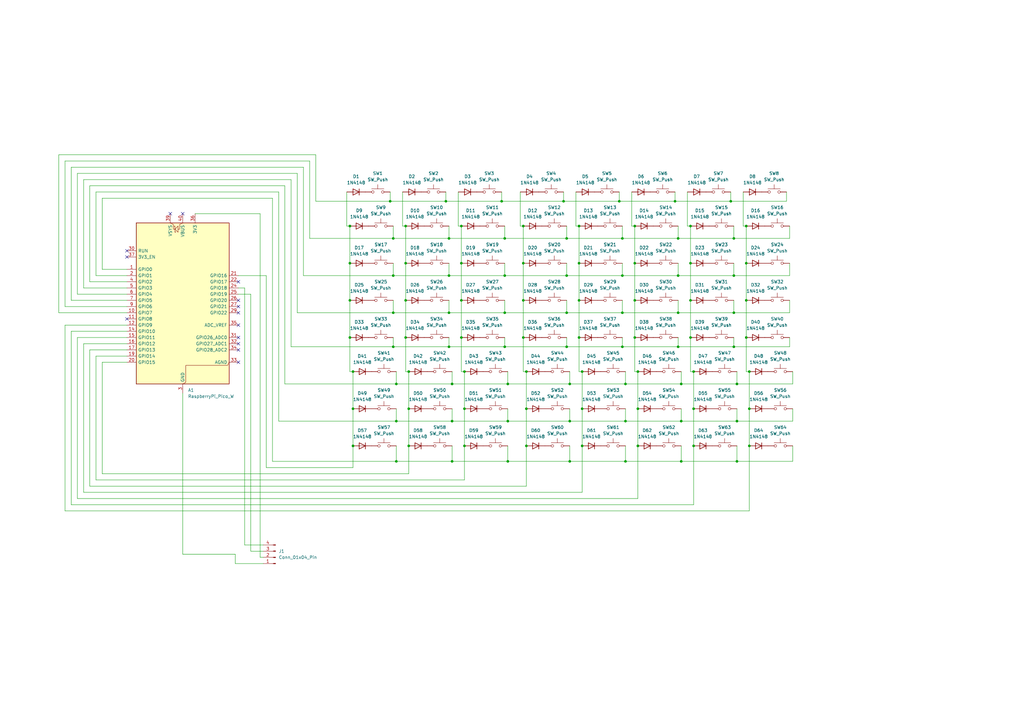
<source format=kicad_sch>
(kicad_sch (version 20250114) (generator "eeschema") (generator_version "9.0")
  (paper "A3")
  (title_block (title "Pico Portfolio Keyboard") (rev "1") (company "Mark McGookin"))
  (junction (at 162.56 157.48))
  (junction (at 231.14 82.55))
  (junction (at 185.42 172.72))
  (junction (at 300.99 97.79))
  (junction (at 215.9 182.88))
  (junction (at 238.76 182.88))
  (junction (at 302.26 172.72))
  (junction (at 190.5 167.64))
  (junction (at 283.21 92.71))
  (junction (at 254 82.55))
  (junction (at 162.56 189.23))
  (junction (at 256.54 189.23))
  (junction (at 233.68 172.72))
  (junction (at 260.35 123.19))
  (junction (at 185.42 157.48))
  (junction (at 306.07 92.71))
  (junction (at 232.41 97.79))
  (junction (at 255.27 113.03))
  (junction (at 302.26 189.23))
  (junction (at 232.41 113.03))
  (junction (at 143.51 123.19))
  (junction (at 300.99 142.24))
  (junction (at 161.29 97.79))
  (junction (at 284.48 182.88))
  (junction (at 300.99 128.27))
  (junction (at 162.56 172.72))
  (junction (at 278.13 128.27))
  (junction (at 207.01 97.79))
  (junction (at 166.37 107.95))
  (junction (at 283.21 123.19))
  (junction (at 233.68 189.23))
  (junction (at 182.88 82.55))
  (junction (at 238.76 152.4))
  (junction (at 255.27 97.79))
  (junction (at 238.76 167.64))
  (junction (at 260.35 92.71))
  (junction (at 143.51 138.43))
  (junction (at 307.34 167.64))
  (junction (at 189.23 123.19))
  (junction (at 184.15 97.79))
  (junction (at 237.49 92.71))
  (junction (at 207.01 128.27))
  (junction (at 189.23 92.71))
  (junction (at 161.29 128.27))
  (junction (at 261.62 167.64))
  (junction (at 184.15 113.03))
  (junction (at 167.64 182.88))
  (junction (at 185.42 189.23))
  (junction (at 279.4 189.23))
  (junction (at 190.5 152.4))
  (junction (at 144.78 152.4))
  (junction (at 237.49 138.43))
  (junction (at 166.37 123.19))
  (junction (at 307.34 152.4))
  (junction (at 214.63 107.95))
  (junction (at 306.07 138.43))
  (junction (at 256.54 172.72))
  (junction (at 214.63 92.71))
  (junction (at 167.64 167.64))
  (junction (at 260.35 107.95))
  (junction (at 144.78 167.64))
  (junction (at 255.27 142.24))
  (junction (at 237.49 107.95))
  (junction (at 161.29 142.24))
  (junction (at 300.99 113.03))
  (junction (at 306.07 123.19))
  (junction (at 166.37 92.71))
  (junction (at 283.21 107.95))
  (junction (at 160.02 82.55))
  (junction (at 284.48 167.64))
  (junction (at 233.68 157.48))
  (junction (at 161.29 113.03))
  (junction (at 256.54 157.48))
  (junction (at 189.23 138.43))
  (junction (at 284.48 152.4))
  (junction (at 184.15 128.27))
  (junction (at 214.63 123.19))
  (junction (at 207.01 113.03))
  (junction (at 260.35 138.43))
  (junction (at 205.74 82.55))
  (junction (at 278.13 142.24))
  (junction (at 189.23 107.95))
  (junction (at 232.41 128.27))
  (junction (at 184.15 142.24))
  (junction (at 143.51 107.95))
  (junction (at 167.64 152.4))
  (junction (at 278.13 113.03))
  (junction (at 261.62 182.88))
  (junction (at 307.34 182.88))
  (junction (at 144.78 182.88))
  (junction (at 208.28 157.48))
  (junction (at 232.41 142.24))
  (junction (at 143.51 92.71))
  (junction (at 302.26 157.48))
  (junction (at 306.07 107.95))
  (junction (at 261.62 152.4))
  (junction (at 207.01 142.24))
  (junction (at 214.63 138.43))
  (junction (at 215.9 167.64))
  (junction (at 276.86 82.55))
  (junction (at 299.72 82.55))
  (junction (at 166.37 138.43))
  (junction (at 279.4 157.48))
  (junction (at 190.5 182.88))
  (junction (at 283.21 138.43))
  (junction (at 215.9 152.4))
  (junction (at 208.28 189.23))
  (junction (at 237.49 123.19))
  (junction (at 278.13 97.79))
  (junction (at 279.4 172.72))
  (junction (at 255.27 128.27))
  (junction (at 208.28 172.72))
  (no_connect (at 52.07 130.81))
  (no_connect (at 97.79 140.97))
  (no_connect (at 74.93 87.63))
  (no_connect (at 97.79 143.51))
  (no_connect (at 69.85 87.63))
  (no_connect (at 52.07 105.41))
  (no_connect (at 97.79 125.73))
  (no_connect (at 52.07 102.87))
  (no_connect (at 97.79 128.27))
  (no_connect (at 97.79 138.43))
  (no_connect (at 97.79 123.19))
  (no_connect (at 97.79 133.35))
  (no_connect (at 97.79 148.59))
  (no_connect (at 97.79 115.57))
  (wire (pts (xy 299.72 82.55) (xy 322.58 82.55)))
  (wire (pts (xy 34.29 73.66) (xy 119.38 73.66)))
  (wire (pts (xy 278.13 142.24) (xy 278.13 138.43)))
  (wire (pts (xy 300.99 113.03) (xy 300.99 107.95)))
  (wire (pts (xy 162.56 189.23) (xy 185.42 189.23)))
  (wire (pts (xy 278.13 113.03) (xy 278.13 107.95)))
  (wire (pts (xy 97.79 120.65) (xy 102.87 120.65)))
  (wire (pts (xy 278.13 97.79) (xy 278.13 92.71)))
  (wire (pts (xy 106.68 228.6) (xy 107.95 228.6)))
  (wire (pts (xy 29.21 123.19) (xy 29.21 68.58)))
  (wire (pts (xy 215.9 199.39) (xy 215.9 182.88)))
  (wire (pts (xy 232.41 128.27) (xy 232.41 123.19)))
  (wire (pts (xy 143.51 92.71) (xy 143.51 107.95)))
  (wire (pts (xy 187.96 92.71) (xy 187.96 78.74)))
  (wire (pts (xy 215.9 152.4) (xy 214.63 152.4)))
  (wire (pts (xy 214.63 152.4) (xy 214.63 138.43)))
  (wire (pts (xy 143.51 152.4) (xy 143.51 138.43)))
  (wire (pts (xy 214.63 123.19) (xy 214.63 138.43)))
  (wire (pts (xy 114.3 78.74) (xy 114.3 172.72)))
  (wire (pts (xy 127 66.04) (xy 127 97.79)))
  (wire (pts (xy 278.13 97.79) (xy 300.99 97.79)))
  (wire (pts (xy 325.12 157.48) (xy 325.12 152.4)))
  (wire (pts (xy 111.76 189.23) (xy 162.56 189.23)))
  (wire (pts (xy 36.83 143.51) (xy 36.83 199.39)))
  (wire (pts (xy 261.62 152.4) (xy 261.62 167.64)))
  (wire (pts (xy 232.41 142.24) (xy 232.41 138.43)))
  (wire (pts (xy 259.08 92.71) (xy 259.08 78.74)))
  (wire (pts (xy 237.49 123.19) (xy 237.49 138.43)))
  (wire (pts (xy 256.54 172.72) (xy 256.54 167.64)))
  (wire (pts (xy 279.4 189.23) (xy 302.26 189.23)))
  (wire (pts (xy 162.56 172.72) (xy 162.56 167.64)))
  (wire (pts (xy 161.29 128.27) (xy 161.29 123.19)))
  (wire (pts (xy 189.23 92.71) (xy 187.96 92.71)))
  (wire (pts (xy 166.37 92.71) (xy 166.37 107.95)))
  (wire (pts (xy 161.29 128.27) (xy 184.15 128.27)))
  (wire (pts (xy 323.85 142.24) (xy 323.85 138.43)))
  (wire (pts (xy 302.26 172.72) (xy 325.12 172.72)))
  (wire (pts (xy 124.46 68.58) (xy 124.46 113.03)))
  (wire (pts (xy 102.87 226.06) (xy 107.95 226.06)))
  (wire (pts (xy 283.21 123.19) (xy 283.21 138.43)))
  (wire (pts (xy 300.99 97.79) (xy 323.85 97.79)))
  (wire (pts (xy 213.36 92.71) (xy 213.36 78.74)))
  (wire (pts (xy 182.88 82.55) (xy 205.74 82.55)))
  (wire (pts (xy 111.76 81.28) (xy 111.76 189.23)))
  (wire (pts (xy 167.64 182.88) (xy 167.64 194.31)))
  (wire (pts (xy 306.07 152.4) (xy 306.07 138.43)))
  (wire (pts (xy 121.92 128.27) (xy 161.29 128.27)))
  (wire (pts (xy 97.79 113.03) (xy 109.22 113.03)))
  (wire (pts (xy 237.49 92.71) (xy 237.49 107.95)))
  (wire (pts (xy 31.75 120.65) (xy 31.75 71.12)))
  (wire (pts (xy 208.28 157.48) (xy 233.68 157.48)))
  (wire (pts (xy 127 97.79) (xy 161.29 97.79)))
  (wire (pts (xy 276.86 82.55) (xy 276.86 78.74)))
  (wire (pts (xy 279.4 157.48) (xy 302.26 157.48)))
  (wire (pts (xy 74.93 227.33) (xy 74.93 161.29)))
  (wire (pts (xy 302.26 189.23) (xy 325.12 189.23)))
  (wire (pts (xy 52.07 148.59) (xy 41.91 148.59)))
  (wire (pts (xy 52.07 140.97) (xy 34.29 140.97)))
  (wire (pts (xy 29.21 135.89) (xy 29.21 207.01)))
  (wire (pts (xy 325.12 189.23) (xy 325.12 182.88)))
  (wire (pts (xy 52.07 120.65) (xy 31.75 120.65)))
  (wire (pts (xy 255.27 113.03) (xy 255.27 107.95)))
  (wire (pts (xy 279.4 172.72) (xy 279.4 167.64)))
  (wire (pts (xy 255.27 128.27) (xy 278.13 128.27)))
  (wire (pts (xy 97.79 118.11) (xy 100.33 118.11)))
  (wire (pts (xy 74.93 227.33) (xy 96.52 227.33)))
  (wire (pts (xy 300.99 97.79) (xy 300.99 92.71)))
  (wire (pts (xy 205.74 82.55) (xy 231.14 82.55)))
  (wire (pts (xy 215.9 152.4) (xy 215.9 167.64)))
  (wire (pts (xy 302.26 189.23) (xy 302.26 182.88)))
  (wire (pts (xy 207.01 113.03) (xy 232.41 113.03)))
  (wire (pts (xy 26.67 209.55) (xy 307.34 209.55)))
  (wire (pts (xy 260.35 107.95) (xy 260.35 123.19)))
  (wire (pts (xy 278.13 142.24) (xy 300.99 142.24)))
  (wire (pts (xy 184.15 113.03) (xy 184.15 107.95)))
  (wire (pts (xy 207.01 142.24) (xy 232.41 142.24)))
  (wire (pts (xy 207.01 97.79) (xy 232.41 97.79)))
  (wire (pts (xy 39.37 113.03) (xy 39.37 78.74)))
  (wire (pts (xy 254 82.55) (xy 276.86 82.55)))
  (wire (pts (xy 304.8 92.71) (xy 304.8 78.74)))
  (wire (pts (xy 52.07 125.73) (xy 26.67 125.73)))
  (wire (pts (xy 184.15 97.79) (xy 207.01 97.79)))
  (wire (pts (xy 41.91 194.31) (xy 167.64 194.31)))
  (wire (pts (xy 190.5 152.4) (xy 189.23 152.4)))
  (wire (pts (xy 279.4 172.72) (xy 302.26 172.72)))
  (wire (pts (xy 114.3 172.72) (xy 162.56 172.72)))
  (wire (pts (xy 52.07 135.89) (xy 29.21 135.89)))
  (wire (pts (xy 208.28 172.72) (xy 208.28 167.64)))
  (wire (pts (xy 299.72 82.55) (xy 299.72 78.74)))
  (wire (pts (xy 207.01 142.24) (xy 207.01 138.43)))
  (wire (pts (xy 260.35 152.4) (xy 260.35 138.43)))
  (wire (pts (xy 232.41 113.03) (xy 255.27 113.03)))
  (wire (pts (xy 215.9 167.64) (xy 215.9 182.88)))
  (wire (pts (xy 208.28 172.72) (xy 233.68 172.72)))
  (wire (pts (xy 166.37 92.71) (xy 165.1 92.71)))
  (wire (pts (xy 255.27 113.03) (xy 278.13 113.03)))
  (wire (pts (xy 279.4 157.48) (xy 279.4 152.4)))
  (wire (pts (xy 255.27 97.79) (xy 278.13 97.79)))
  (wire (pts (xy 185.42 157.48) (xy 208.28 157.48)))
  (wire (pts (xy 36.83 76.2) (xy 116.84 76.2)))
  (wire (pts (xy 162.56 157.48) (xy 162.56 152.4)))
  (wire (pts (xy 261.62 167.64) (xy 261.62 182.88)))
  (wire (pts (xy 185.42 189.23) (xy 208.28 189.23)))
  (wire (pts (xy 52.07 128.27) (xy 24.13 128.27)))
  (wire (pts (xy 208.28 189.23) (xy 208.28 182.88)))
  (wire (pts (xy 189.23 107.95) (xy 189.23 123.19)))
  (wire (pts (xy 34.29 140.97) (xy 34.29 201.93)))
  (wire (pts (xy 207.01 113.03) (xy 207.01 107.95)))
  (wire (pts (xy 189.23 92.71) (xy 189.23 107.95)))
  (wire (pts (xy 300.99 128.27) (xy 300.99 123.19)))
  (wire (pts (xy 284.48 207.01) (xy 284.48 182.88)))
  (wire (pts (xy 109.22 113.03) (xy 109.22 191.77)))
  (wire (pts (xy 238.76 152.4) (xy 238.76 167.64)))
  (wire (pts (xy 322.58 82.55) (xy 322.58 78.74)))
  (wire (pts (xy 233.68 157.48) (xy 256.54 157.48)))
  (wire (pts (xy 36.83 115.57) (xy 36.83 76.2)))
  (wire (pts (xy 26.67 66.04) (xy 127 66.04)))
  (wire (pts (xy 300.99 113.03) (xy 323.85 113.03)))
  (wire (pts (xy 307.34 152.4) (xy 307.34 167.64)))
  (wire (pts (xy 307.34 152.4) (xy 306.07 152.4)))
  (wire (pts (xy 232.41 97.79) (xy 255.27 97.79)))
  (wire (pts (xy 300.99 128.27) (xy 323.85 128.27)))
  (wire (pts (xy 167.64 152.4) (xy 166.37 152.4)))
  (wire (pts (xy 260.35 92.71) (xy 260.35 107.95)))
  (wire (pts (xy 306.07 92.71) (xy 306.07 107.95)))
  (wire (pts (xy 207.01 128.27) (xy 207.01 123.19)))
  (wire (pts (xy 161.29 113.03) (xy 161.29 107.95)))
  (wire (pts (xy 142.24 92.71) (xy 142.24 78.74)))
  (wire (pts (xy 278.13 113.03) (xy 300.99 113.03)))
  (wire (pts (xy 255.27 142.24) (xy 255.27 138.43)))
  (wire (pts (xy 165.1 92.71) (xy 165.1 78.74)))
  (wire (pts (xy 306.07 92.71) (xy 304.8 92.71)))
  (wire (pts (xy 129.54 82.55) (xy 160.02 82.55)))
  (wire (pts (xy 160.02 82.55) (xy 182.88 82.55)))
  (wire (pts (xy 26.67 125.73) (xy 26.67 66.04)))
  (wire (pts (xy 161.29 142.24) (xy 184.15 142.24)))
  (wire (pts (xy 323.85 113.03) (xy 323.85 107.95)))
  (wire (pts (xy 254 82.55) (xy 254 78.74)))
  (wire (pts (xy 162.56 157.48) (xy 185.42 157.48)))
  (wire (pts (xy 96.52 231.14) (xy 107.95 231.14)))
  (wire (pts (xy 256.54 157.48) (xy 256.54 152.4)))
  (wire (pts (xy 279.4 189.23) (xy 279.4 182.88)))
  (wire (pts (xy 31.75 204.47) (xy 261.62 204.47)))
  (wire (pts (xy 143.51 107.95) (xy 143.51 123.19)))
  (wire (pts (xy 232.41 142.24) (xy 255.27 142.24)))
  (wire (pts (xy 52.07 115.57) (xy 36.83 115.57)))
  (wire (pts (xy 284.48 152.4) (xy 283.21 152.4)))
  (wire (pts (xy 214.63 92.71) (xy 214.63 107.95)))
  (wire (pts (xy 255.27 128.27) (xy 255.27 123.19)))
  (wire (pts (xy 144.78 167.64) (xy 144.78 182.88)))
  (wire (pts (xy 307.34 167.64) (xy 307.34 182.88)))
  (wire (pts (xy 52.07 113.03) (xy 39.37 113.03)))
  (wire (pts (xy 34.29 118.11) (xy 34.29 73.66)))
  (wire (pts (xy 284.48 152.4) (xy 284.48 167.64)))
  (wire (pts (xy 302.26 157.48) (xy 302.26 152.4)))
  (wire (pts (xy 100.33 223.52) (xy 107.95 223.52)))
  (wire (pts (xy 167.64 152.4) (xy 167.64 167.64)))
  (wire (pts (xy 52.07 123.19) (xy 29.21 123.19)))
  (wire (pts (xy 143.51 123.19) (xy 143.51 138.43)))
  (wire (pts (xy 238.76 167.64) (xy 238.76 182.88)))
  (wire (pts (xy 306.07 107.95) (xy 306.07 123.19)))
  (wire (pts (xy 119.38 142.24) (xy 161.29 142.24)))
  (wire (pts (xy 208.28 189.23) (xy 233.68 189.23)))
  (wire (pts (xy 325.12 172.72) (xy 325.12 167.64)))
  (wire (pts (xy 261.62 204.47) (xy 261.62 182.88)))
  (wire (pts (xy 233.68 172.72) (xy 233.68 167.64)))
  (wire (pts (xy 31.75 71.12) (xy 121.92 71.12)))
  (wire (pts (xy 184.15 142.24) (xy 184.15 138.43)))
  (wire (pts (xy 166.37 123.19) (xy 166.37 138.43)))
  (wire (pts (xy 116.84 157.48) (xy 162.56 157.48)))
  (wire (pts (xy 214.63 107.95) (xy 214.63 123.19)))
  (wire (pts (xy 39.37 196.85) (xy 190.5 196.85)))
  (wire (pts (xy 52.07 133.35) (xy 26.67 133.35)))
  (wire (pts (xy 144.78 152.4) (xy 144.78 167.64)))
  (wire (pts (xy 283.21 92.71) (xy 281.94 92.71)))
  (wire (pts (xy 52.07 118.11) (xy 34.29 118.11)))
  (wire (pts (xy 233.68 189.23) (xy 256.54 189.23)))
  (wire (pts (xy 237.49 92.71) (xy 236.22 92.71)))
  (wire (pts (xy 184.15 113.03) (xy 207.01 113.03)))
  (wire (pts (xy 31.75 138.43) (xy 31.75 204.47)))
  (wire (pts (xy 207.01 97.79) (xy 207.01 92.71)))
  (wire (pts (xy 323.85 128.27) (xy 323.85 123.19)))
  (wire (pts (xy 300.99 142.24) (xy 323.85 142.24)))
  (wire (pts (xy 52.07 110.49) (xy 41.91 110.49)))
  (wire (pts (xy 323.85 97.79) (xy 323.85 92.71)))
  (wire (pts (xy 182.88 82.55) (xy 182.88 78.74)))
  (wire (pts (xy 80.01 87.63) (xy 106.68 87.63)))
  (wire (pts (xy 162.56 172.72) (xy 185.42 172.72)))
  (wire (pts (xy 29.21 207.01) (xy 284.48 207.01)))
  (wire (pts (xy 116.84 76.2) (xy 116.84 157.48)))
  (wire (pts (xy 238.76 201.93) (xy 238.76 182.88)))
  (wire (pts (xy 236.22 92.71) (xy 236.22 78.74)))
  (wire (pts (xy 260.35 123.19) (xy 260.35 138.43)))
  (wire (pts (xy 255.27 97.79) (xy 255.27 92.71)))
  (wire (pts (xy 121.92 71.12) (xy 121.92 128.27)))
  (wire (pts (xy 184.15 97.79) (xy 184.15 92.71)))
  (wire (pts (xy 306.07 123.19) (xy 306.07 138.43)))
  (wire (pts (xy 36.83 199.39) (xy 215.9 199.39)))
  (wire (pts (xy 256.54 172.72) (xy 279.4 172.72)))
  (wire (pts (xy 278.13 128.27) (xy 278.13 123.19)))
  (wire (pts (xy 96.52 227.33) (xy 96.52 231.14)))
  (wire (pts (xy 52.07 143.51) (xy 36.83 143.51)))
  (wire (pts (xy 208.28 157.48) (xy 208.28 152.4)))
  (wire (pts (xy 302.26 157.48) (xy 325.12 157.48)))
  (wire (pts (xy 167.64 167.64) (xy 167.64 182.88)))
  (wire (pts (xy 238.76 152.4) (xy 237.49 152.4)))
  (wire (pts (xy 256.54 157.48) (xy 279.4 157.48)))
  (wire (pts (xy 307.34 182.88) (xy 307.34 209.55)))
  (wire (pts (xy 129.54 63.5) (xy 129.54 82.55)))
  (wire (pts (xy 24.13 63.5) (xy 129.54 63.5)))
  (wire (pts (xy 190.5 152.4) (xy 190.5 167.64)))
  (wire (pts (xy 233.68 172.72) (xy 256.54 172.72)))
  (wire (pts (xy 237.49 152.4) (xy 237.49 138.43)))
  (wire (pts (xy 144.78 191.77) (xy 144.78 182.88)))
  (wire (pts (xy 185.42 172.72) (xy 185.42 167.64)))
  (wire (pts (xy 143.51 92.71) (xy 142.24 92.71)))
  (wire (pts (xy 190.5 196.85) (xy 190.5 182.88)))
  (wire (pts (xy 162.56 189.23) (xy 162.56 182.88)))
  (wire (pts (xy 185.42 189.23) (xy 185.42 182.88)))
  (wire (pts (xy 300.99 142.24) (xy 300.99 138.43)))
  (wire (pts (xy 41.91 148.59) (xy 41.91 194.31)))
  (wire (pts (xy 185.42 157.48) (xy 185.42 152.4)))
  (wire (pts (xy 256.54 189.23) (xy 279.4 189.23)))
  (wire (pts (xy 185.42 172.72) (xy 208.28 172.72)))
  (wire (pts (xy 283.21 92.71) (xy 283.21 107.95)))
  (wire (pts (xy 109.22 191.77) (xy 144.78 191.77)))
  (wire (pts (xy 161.29 97.79) (xy 184.15 97.79)))
  (wire (pts (xy 124.46 113.03) (xy 161.29 113.03)))
  (wire (pts (xy 161.29 113.03) (xy 184.15 113.03)))
  (wire (pts (xy 261.62 152.4) (xy 260.35 152.4)))
  (wire (pts (xy 52.07 146.05) (xy 39.37 146.05)))
  (wire (pts (xy 161.29 97.79) (xy 161.29 92.71)))
  (wire (pts (xy 231.14 82.55) (xy 254 82.55)))
  (wire (pts (xy 41.91 110.49) (xy 41.91 81.28)))
  (wire (pts (xy 233.68 189.23) (xy 233.68 182.88)))
  (wire (pts (xy 39.37 78.74) (xy 114.3 78.74)))
  (wire (pts (xy 144.78 152.4) (xy 143.51 152.4)))
  (wire (pts (xy 232.41 113.03) (xy 232.41 107.95)))
  (wire (pts (xy 190.5 167.64) (xy 190.5 182.88)))
  (wire (pts (xy 119.38 73.66) (xy 119.38 142.24)))
  (wire (pts (xy 276.86 82.55) (xy 299.72 82.55)))
  (wire (pts (xy 29.21 68.58) (xy 124.46 68.58)))
  (wire (pts (xy 237.49 107.95) (xy 237.49 123.19)))
  (wire (pts (xy 166.37 152.4) (xy 166.37 138.43)))
  (wire (pts (xy 52.07 138.43) (xy 31.75 138.43)))
  (wire (pts (xy 207.01 128.27) (xy 232.41 128.27)))
  (wire (pts (xy 255.27 142.24) (xy 278.13 142.24)))
  (wire (pts (xy 233.68 157.48) (xy 233.68 152.4)))
  (wire (pts (xy 26.67 133.35) (xy 26.67 209.55)))
  (wire (pts (xy 166.37 107.95) (xy 166.37 123.19)))
  (wire (pts (xy 161.29 142.24) (xy 161.29 138.43)))
  (wire (pts (xy 41.91 81.28) (xy 111.76 81.28)))
  (wire (pts (xy 302.26 172.72) (xy 302.26 167.64)))
  (wire (pts (xy 184.15 142.24) (xy 207.01 142.24)))
  (wire (pts (xy 281.94 92.71) (xy 281.94 78.74)))
  (wire (pts (xy 106.68 87.63) (xy 106.68 228.6)))
  (wire (pts (xy 189.23 123.19) (xy 189.23 138.43)))
  (wire (pts (xy 34.29 201.93) (xy 238.76 201.93)))
  (wire (pts (xy 284.48 167.64) (xy 284.48 182.88)))
  (wire (pts (xy 184.15 128.27) (xy 207.01 128.27)))
  (wire (pts (xy 24.13 128.27) (xy 24.13 63.5)))
  (wire (pts (xy 278.13 128.27) (xy 300.99 128.27)))
  (wire (pts (xy 184.15 128.27) (xy 184.15 123.19)))
  (wire (pts (xy 100.33 118.11) (xy 100.33 223.52)))
  (wire (pts (xy 39.37 146.05) (xy 39.37 196.85)))
  (wire (pts (xy 232.41 97.79) (xy 232.41 92.71)))
  (wire (pts (xy 102.87 120.65) (xy 102.87 226.06)))
  (wire (pts (xy 160.02 82.55) (xy 160.02 78.74)))
  (wire (pts (xy 260.35 92.71) (xy 259.08 92.71)))
  (wire (pts (xy 283.21 152.4) (xy 283.21 138.43)))
  (wire (pts (xy 189.23 152.4) (xy 189.23 138.43)))
  (wire (pts (xy 205.74 82.55) (xy 205.74 78.74)))
  (wire (pts (xy 283.21 107.95) (xy 283.21 123.19)))
  (wire (pts (xy 232.41 128.27) (xy 255.27 128.27)))
  (wire (pts (xy 256.54 189.23) (xy 256.54 182.88)))
  (wire (pts (xy 231.14 82.55) (xy 231.14 78.74)))
  (wire (pts (xy 214.63 92.71) (xy 213.36 92.71)))
  (symbol (lib_id "Switch:SW_Push") (at 274.32 152.4 0) (unit 1)
    (property "Reference" "SW46" (at 274.32 144.78 0))
    (property "Value" "SW_Push" (at 274.32 147.32 0))
    (property "Footprint" "Button_Switch_THT:SW_PUSH_6mm" (effects (hide yes)))
    (property "Description" "Push button switch, generic, two pins" (effects (hide yes)))
  )
  (symbol (lib_id "Diode:1N4148") (at 147.32 107.95 180) (unit 1)
    (property "Reference" "D17" (at 147.32 101.6 0))
    (property "Value" "1N4148" (at 147.32 104.14 0))
    (property "Footprint" "Diode_THT:D_DO-35_SOD27_P7.62mm_Horizontal" (effects (hide yes)))
    (property "Datasheet" "https://assets.nexperia.com/documents/data-sheet/1N4148_1N4448.pdf" (effects (hide yes)))
    (property "Description" "100V 0.15A standard switching diode, DO-35" (effects (hide yes)))
    (property "Sim.Device" "D" (effects (hide yes)))
    (property "Sim.Pins" "1=K 2=A" (effects (hide yes)))
  )
  (symbol (lib_id "Switch:SW_Push") (at 203.2 152.4 0) (unit 1)
    (property "Reference" "SW43" (at 203.2 144.78 0))
    (property "Value" "SW_Push" (at 203.2 147.32 0))
    (property "Footprint" "Button_Switch_THT:SW_PUSH_6mm" (effects (hide yes)))
    (property "Description" "Push button switch, generic, two pins" (effects (hide yes)))
  )
  (symbol (lib_id "Switch:SW_Push") (at 154.94 78.74 0) (unit 1)
    (property "Reference" "SW1" (at 154.94 71.12 0))
    (property "Value" "SW_Push" (at 154.94 73.66 0))
    (property "Footprint" "Button_Switch_THT:SW_PUSH_6mm" (effects (hide yes)))
    (property "Description" "Push button switch, generic, two pins" (effects (hide yes)))
  )
  (symbol (lib_id "Diode:1N4148") (at 147.32 123.19 180) (unit 1)
    (property "Reference" "D25" (at 147.32 116.84 0))
    (property "Value" "1N4148" (at 147.32 119.38 0))
    (property "Footprint" "Diode_THT:D_DO-35_SOD27_P7.62mm_Horizontal" (effects (hide yes)))
    (property "Datasheet" "https://assets.nexperia.com/documents/data-sheet/1N4148_1N4448.pdf" (effects (hide yes)))
    (property "Description" "100V 0.15A standard switching diode, DO-35" (effects (hide yes)))
    (property "Sim.Device" "D" (effects (hide yes)))
    (property "Sim.Pins" "1=K 2=A" (effects (hide yes)))
  )
  (symbol (lib_id "Diode:1N4148") (at 170.18 138.43 180) (unit 1)
    (property "Reference" "D34" (at 170.18 132.08 0))
    (property "Value" "1N4148" (at 170.18 134.62 0))
    (property "Footprint" "Diode_THT:D_DO-35_SOD27_P7.62mm_Horizontal" (effects (hide yes)))
    (property "Datasheet" "https://assets.nexperia.com/documents/data-sheet/1N4148_1N4448.pdf" (effects (hide yes)))
    (property "Description" "100V 0.15A standard switching diode, DO-35" (effects (hide yes)))
    (property "Sim.Device" "D" (effects (hide yes)))
    (property "Sim.Pins" "1=K 2=A" (effects (hide yes)))
  )
  (symbol (lib_id "Diode:1N4148") (at 309.88 138.43 180) (unit 1)
    (property "Reference" "D40" (at 309.88 132.08 0))
    (property "Value" "1N4148" (at 309.88 134.62 0))
    (property "Footprint" "Diode_THT:D_DO-35_SOD27_P7.62mm_Horizontal" (effects (hide yes)))
    (property "Datasheet" "https://assets.nexperia.com/documents/data-sheet/1N4148_1N4448.pdf" (effects (hide yes)))
    (property "Description" "100V 0.15A standard switching diode, DO-35" (effects (hide yes)))
    (property "Sim.Device" "D" (effects (hide yes)))
    (property "Sim.Pins" "1=K 2=A" (effects (hide yes)))
  )
  (symbol (lib_id "Diode:1N4148") (at 241.3 107.95 180) (unit 1)
    (property "Reference" "D21" (at 241.3 101.6 0))
    (property "Value" "1N4148" (at 241.3 104.14 0))
    (property "Footprint" "Diode_THT:D_DO-35_SOD27_P7.62mm_Horizontal" (effects (hide yes)))
    (property "Datasheet" "https://assets.nexperia.com/documents/data-sheet/1N4148_1N4448.pdf" (effects (hide yes)))
    (property "Description" "100V 0.15A standard switching diode, DO-35" (effects (hide yes)))
    (property "Sim.Device" "D" (effects (hide yes)))
    (property "Sim.Pins" "1=K 2=A" (effects (hide yes)))
  )
  (symbol (lib_id "Switch:SW_Push") (at 179.07 123.19 0) (unit 1)
    (property "Reference" "SW26" (at 179.07 115.57 0))
    (property "Value" "SW_Push" (at 179.07 118.11 0))
    (property "Footprint" "Button_Switch_THT:SW_PUSH_6mm" (effects (hide yes)))
    (property "Description" "Push button switch, generic, two pins" (effects (hide yes)))
  )
  (symbol (lib_id "Diode:1N4148") (at 265.43 152.4 180) (unit 1)
    (property "Reference" "D46" (at 265.43 146.05 0))
    (property "Value" "1N4148" (at 265.43 148.59 0))
    (property "Footprint" "Diode_THT:D_DO-35_SOD27_P7.62mm_Horizontal" (effects (hide yes)))
    (property "Datasheet" "https://assets.nexperia.com/documents/data-sheet/1N4148_1N4448.pdf" (effects (hide yes)))
    (property "Description" "100V 0.15A standard switching diode, DO-35" (effects (hide yes)))
    (property "Sim.Device" "D" (effects (hide yes)))
    (property "Sim.Pins" "1=K 2=A" (effects (hide yes)))
  )
  (symbol (lib_id "Diode:1N4148") (at 287.02 107.95 180) (unit 1)
    (property "Reference" "D23" (at 287.02 101.6 0))
    (property "Value" "1N4148" (at 287.02 104.14 0))
    (property "Footprint" "Diode_THT:D_DO-35_SOD27_P7.62mm_Horizontal" (effects (hide yes)))
    (property "Datasheet" "https://assets.nexperia.com/documents/data-sheet/1N4148_1N4448.pdf" (effects (hide yes)))
    (property "Description" "100V 0.15A standard switching diode, DO-35" (effects (hide yes)))
    (property "Sim.Device" "D" (effects (hide yes)))
    (property "Sim.Pins" "1=K 2=A" (effects (hide yes)))
  )
  (symbol (lib_id "Switch:SW_Push") (at 318.77 107.95 0) (unit 1)
    (property "Reference" "SW24" (at 318.77 100.33 0))
    (property "Value" "SW_Push" (at 318.77 102.87 0))
    (property "Footprint" "Button_Switch_THT:SW_PUSH_6mm" (effects (hide yes)))
    (property "Description" "Push button switch, generic, two pins" (effects (hide yes)))
  )
  (symbol (lib_id "Switch:SW_Push") (at 201.93 138.43 0) (unit 1)
    (property "Reference" "SW35" (at 201.93 130.81 0))
    (property "Value" "SW_Push" (at 201.93 133.35 0))
    (property "Footprint" "Button_Switch_THT:SW_PUSH_6mm" (effects (hide yes)))
    (property "Description" "Push button switch, generic, two pins" (effects (hide yes)))
  )
  (symbol (lib_id "Diode:1N4148") (at 285.75 78.74 180) (unit 1)
    (property "Reference" "D7" (at 285.75 72.39 0))
    (property "Value" "1N4148" (at 285.75 74.93 0))
    (property "Footprint" "Diode_THT:D_DO-35_SOD27_P7.62mm_Horizontal" (effects (hide yes)))
    (property "Datasheet" "https://assets.nexperia.com/documents/data-sheet/1N4148_1N4448.pdf" (effects (hide yes)))
    (property "Description" "100V 0.15A standard switching diode, DO-35" (effects (hide yes)))
    (property "Sim.Device" "D" (effects (hide yes)))
    (property "Sim.Pins" "1=K 2=A" (effects (hide yes)))
  )
  (symbol (lib_id "Switch:SW_Push") (at 294.64 78.74 0) (unit 1)
    (property "Reference" "SW7" (at 294.64 71.12 0))
    (property "Value" "SW_Push" (at 294.64 73.66 0))
    (property "Footprint" "Button_Switch_THT:SW_PUSH_6mm" (effects (hide yes)))
    (property "Description" "Push button switch, generic, two pins" (effects (hide yes)))
  )
  (symbol (lib_id "Switch:SW_Push") (at 250.19 92.71 0) (unit 1)
    (property "Reference" "SW13" (at 250.19 85.09 0))
    (property "Value" "SW_Push" (at 250.19 87.63 0))
    (property "Footprint" "Button_Switch_THT:SW_PUSH_6mm" (effects (hide yes)))
    (property "Description" "Push button switch, generic, two pins" (effects (hide yes)))
  )
  (symbol (lib_id "Diode:1N4148") (at 218.44 138.43 180) (unit 1)
    (property "Reference" "D36" (at 218.44 132.08 0))
    (property "Value" "1N4148" (at 218.44 134.62 0))
    (property "Footprint" "Diode_THT:D_DO-35_SOD27_P7.62mm_Horizontal" (effects (hide yes)))
    (property "Datasheet" "https://assets.nexperia.com/documents/data-sheet/1N4148_1N4448.pdf" (effects (hide yes)))
    (property "Description" "100V 0.15A standard switching diode, DO-35" (effects (hide yes)))
    (property "Sim.Device" "D" (effects (hide yes)))
    (property "Sim.Pins" "1=K 2=A" (effects (hide yes)))
  )
  (symbol (lib_id "Diode:1N4148") (at 218.44 123.19 180) (unit 1)
    (property "Reference" "D28" (at 218.44 116.84 0))
    (property "Value" "1N4148" (at 218.44 119.38 0))
    (property "Footprint" "Diode_THT:D_DO-35_SOD27_P7.62mm_Horizontal" (effects (hide yes)))
    (property "Datasheet" "https://assets.nexperia.com/documents/data-sheet/1N4148_1N4448.pdf" (effects (hide yes)))
    (property "Description" "100V 0.15A standard switching diode, DO-35" (effects (hide yes)))
    (property "Sim.Device" "D" (effects (hide yes)))
    (property "Sim.Pins" "1=K 2=A" (effects (hide yes)))
  )
  (symbol (lib_id "Diode:1N4148") (at 217.17 78.74 180) (unit 1)
    (property "Reference" "D4" (at 217.17 72.39 0))
    (property "Value" "1N4148" (at 217.17 74.93 0))
    (property "Footprint" "Diode_THT:D_DO-35_SOD27_P7.62mm_Horizontal" (effects (hide yes)))
    (property "Datasheet" "https://assets.nexperia.com/documents/data-sheet/1N4148_1N4448.pdf" (effects (hide yes)))
    (property "Description" "100V 0.15A standard switching diode, DO-35" (effects (hide yes)))
    (property "Sim.Device" "D" (effects (hide yes)))
    (property "Sim.Pins" "1=K 2=A" (effects (hide yes)))
  )
  (symbol (lib_id "Switch:SW_Push") (at 157.48 182.88 0) (unit 1)
    (property "Reference" "SW57" (at 157.48 175.26 0))
    (property "Value" "SW_Push" (at 157.48 177.8 0))
    (property "Footprint" "Button_Switch_THT:SW_PUSH_6mm" (effects (hide yes)))
    (property "Description" "Push button switch, generic, two pins" (effects (hide yes)))
  )
  (symbol (lib_id "Diode:1N4148") (at 219.71 152.4 180) (unit 1)
    (property "Reference" "D44" (at 219.71 146.05 0))
    (property "Value" "1N4148" (at 219.71 148.59 0))
    (property "Footprint" "Diode_THT:D_DO-35_SOD27_P7.62mm_Horizontal" (effects (hide yes)))
    (property "Datasheet" "https://assets.nexperia.com/documents/data-sheet/1N4148_1N4448.pdf" (effects (hide yes)))
    (property "Description" "100V 0.15A standard switching diode, DO-35" (effects (hide yes)))
    (property "Sim.Device" "D" (effects (hide yes)))
    (property "Sim.Pins" "1=K 2=A" (effects (hide yes)))
  )
  (symbol (lib_id "Switch:SW_Push") (at 156.21 107.95 0) (unit 1)
    (property "Reference" "SW17" (at 156.21 100.33 0))
    (property "Value" "SW_Push" (at 156.21 102.87 0))
    (property "Footprint" "Button_Switch_THT:SW_PUSH_6mm" (effects (hide yes)))
    (property "Description" "Push button switch, generic, two pins" (effects (hide yes)))
  )
  (symbol (lib_id "Diode:1N4148") (at 242.57 152.4 180) (unit 1)
    (property "Reference" "D45" (at 242.57 146.05 0))
    (property "Value" "1N4148" (at 242.57 148.59 0))
    (property "Footprint" "Diode_THT:D_DO-35_SOD27_P7.62mm_Horizontal" (effects (hide yes)))
    (property "Datasheet" "https://assets.nexperia.com/documents/data-sheet/1N4148_1N4448.pdf" (effects (hide yes)))
    (property "Description" "100V 0.15A standard switching diode, DO-35" (effects (hide yes)))
    (property "Sim.Device" "D" (effects (hide yes)))
    (property "Sim.Pins" "1=K 2=A" (effects (hide yes)))
  )
  (symbol (lib_id "Switch:SW_Push") (at 295.91 123.19 0) (unit 1)
    (property "Reference" "SW31" (at 295.91 115.57 0))
    (property "Value" "SW_Push" (at 295.91 118.11 0))
    (property "Footprint" "Button_Switch_THT:SW_PUSH_6mm" (effects (hide yes)))
    (property "Description" "Push button switch, generic, two pins" (effects (hide yes)))
  )
  (symbol (lib_id "Switch:SW_Push") (at 248.92 78.74 0) (unit 1)
    (property "Reference" "SW5" (at 248.92 71.12 0))
    (property "Value" "SW_Push" (at 248.92 73.66 0))
    (property "Footprint" "Button_Switch_THT:SW_PUSH_6mm" (effects (hide yes)))
    (property "Description" "Push button switch, generic, two pins" (effects (hide yes)))
  )
  (symbol (lib_id "Switch:SW_Push") (at 274.32 167.64 0) (unit 1)
    (property "Reference" "SW54" (at 274.32 160.02 0))
    (property "Value" "SW_Push" (at 274.32 162.56 0))
    (property "Footprint" "Button_Switch_THT:SW_PUSH_6mm" (effects (hide yes)))
    (property "Description" "Push button switch, generic, two pins" (effects (hide yes)))
  )
  (symbol (lib_id "Diode:1N4148") (at 241.3 92.71 180) (unit 1)
    (property "Reference" "D13" (at 241.3 86.36 0))
    (property "Value" "1N4148" (at 241.3 88.9 0))
    (property "Footprint" "Diode_THT:D_DO-35_SOD27_P7.62mm_Horizontal" (effects (hide yes)))
    (property "Datasheet" "https://assets.nexperia.com/documents/data-sheet/1N4148_1N4448.pdf" (effects (hide yes)))
    (property "Description" "100V 0.15A standard switching diode, DO-35" (effects (hide yes)))
    (property "Sim.Device" "D" (effects (hide yes)))
    (property "Sim.Pins" "1=K 2=A" (effects (hide yes)))
  )
  (symbol (lib_id "Diode:1N4148") (at 193.04 92.71 180) (unit 1)
    (property "Reference" "D11" (at 193.04 86.36 0))
    (property "Value" "1N4148" (at 193.04 88.9 0))
    (property "Footprint" "Diode_THT:D_DO-35_SOD27_P7.62mm_Horizontal" (effects (hide yes)))
    (property "Datasheet" "https://assets.nexperia.com/documents/data-sheet/1N4148_1N4448.pdf" (effects (hide yes)))
    (property "Description" "100V 0.15A standard switching diode, DO-35" (effects (hide yes)))
    (property "Sim.Device" "D" (effects (hide yes)))
    (property "Sim.Pins" "1=K 2=A" (effects (hide yes)))
  )
  (symbol (lib_id "Diode:1N4148") (at 148.59 182.88 180) (unit 1)
    (property "Reference" "D57" (at 148.59 176.53 0))
    (property "Value" "1N4148" (at 148.59 179.07 0))
    (property "Footprint" "Diode_THT:D_DO-35_SOD27_P7.62mm_Horizontal" (effects (hide yes)))
    (property "Datasheet" "https://assets.nexperia.com/documents/data-sheet/1N4148_1N4448.pdf" (effects (hide yes)))
    (property "Description" "100V 0.15A standard switching diode, DO-35" (effects (hide yes)))
    (property "Sim.Device" "D" (effects (hide yes)))
    (property "Sim.Pins" "1=K 2=A" (effects (hide yes)))
  )
  (symbol (lib_id "Diode:1N4148") (at 288.29 152.4 180) (unit 1)
    (property "Reference" "D47" (at 288.29 146.05 0))
    (property "Value" "1N4148" (at 288.29 148.59 0))
    (property "Footprint" "Diode_THT:D_DO-35_SOD27_P7.62mm_Horizontal" (effects (hide yes)))
    (property "Datasheet" "https://assets.nexperia.com/documents/data-sheet/1N4148_1N4448.pdf" (effects (hide yes)))
    (property "Description" "100V 0.15A standard switching diode, DO-35" (effects (hide yes)))
    (property "Sim.Device" "D" (effects (hide yes)))
    (property "Sim.Pins" "1=K 2=A" (effects (hide yes)))
  )
  (symbol (lib_id "Switch:SW_Push") (at 179.07 92.71 0) (unit 1)
    (property "Reference" "SW10" (at 179.07 85.09 0))
    (property "Value" "SW_Push" (at 179.07 87.63 0))
    (property "Footprint" "Button_Switch_THT:SW_PUSH_6mm" (effects (hide yes)))
    (property "Description" "Push button switch, generic, two pins" (effects (hide yes)))
  )
  (symbol (lib_id "Switch:SW_Push") (at 273.05 138.43 0) (unit 1)
    (property "Reference" "SW38" (at 273.05 130.81 0))
    (property "Value" "SW_Push" (at 273.05 133.35 0))
    (property "Footprint" "Button_Switch_THT:SW_PUSH_6mm" (effects (hide yes)))
    (property "Description" "Push button switch, generic, two pins" (effects (hide yes)))
  )
  (symbol (lib_id "Diode:1N4148") (at 240.03 78.74 180) (unit 1)
    (property "Reference" "D5" (at 240.03 72.39 0))
    (property "Value" "1N4148" (at 240.03 74.93 0))
    (property "Footprint" "Diode_THT:D_DO-35_SOD27_P7.62mm_Horizontal" (effects (hide yes)))
    (property "Datasheet" "https://assets.nexperia.com/documents/data-sheet/1N4148_1N4448.pdf" (effects (hide yes)))
    (property "Description" "100V 0.15A standard switching diode, DO-35" (effects (hide yes)))
    (property "Sim.Device" "D" (effects (hide yes)))
    (property "Sim.Pins" "1=K 2=A" (effects (hide yes)))
  )
  (symbol (lib_id "Switch:SW_Push") (at 156.21 123.19 0) (unit 1)
    (property "Reference" "SW25" (at 156.21 115.57 0))
    (property "Value" "SW_Push" (at 156.21 118.11 0))
    (property "Footprint" "Button_Switch_THT:SW_PUSH_6mm" (effects (hide yes)))
    (property "Description" "Push button switch, generic, two pins" (effects (hide yes)))
  )
  (symbol (lib_id "Diode:1N4148") (at 288.29 182.88 180) (unit 1)
    (property "Reference" "D63" (at 288.29 176.53 0))
    (property "Value" "1N4148" (at 288.29 179.07 0))
    (property "Footprint" "Diode_THT:D_DO-35_SOD27_P7.62mm_Horizontal" (effects (hide yes)))
    (property "Datasheet" "https://assets.nexperia.com/documents/data-sheet/1N4148_1N4448.pdf" (effects (hide yes)))
    (property "Description" "100V 0.15A standard switching diode, DO-35" (effects (hide yes)))
    (property "Sim.Device" "D" (effects (hide yes)))
    (property "Sim.Pins" "1=K 2=A" (effects (hide yes)))
  )
  (symbol (lib_id "Diode:1N4148") (at 241.3 123.19 180) (unit 1)
    (property "Reference" "D29" (at 241.3 116.84 0))
    (property "Value" "1N4148" (at 241.3 119.38 0))
    (property "Footprint" "Diode_THT:D_DO-35_SOD27_P7.62mm_Horizontal" (effects (hide yes)))
    (property "Datasheet" "https://assets.nexperia.com/documents/data-sheet/1N4148_1N4448.pdf" (effects (hide yes)))
    (property "Description" "100V 0.15A standard switching diode, DO-35" (effects (hide yes)))
    (property "Sim.Device" "D" (effects (hide yes)))
    (property "Sim.Pins" "1=K 2=A" (effects (hide yes)))
  )
  (symbol (lib_id "Switch:SW_Push") (at 320.04 152.4 0) (unit 1)
    (property "Reference" "SW48" (at 320.04 144.78 0))
    (property "Value" "SW_Push" (at 320.04 147.32 0))
    (property "Footprint" "Button_Switch_THT:SW_PUSH_6mm" (effects (hide yes)))
    (property "Description" "Push button switch, generic, two pins" (effects (hide yes)))
  )
  (symbol (lib_id "Switch:SW_Push") (at 157.48 167.64 0) (unit 1)
    (property "Reference" "SW49" (at 157.48 160.02 0))
    (property "Value" "SW_Push" (at 157.48 162.56 0))
    (property "Footprint" "Button_Switch_THT:SW_PUSH_6mm" (effects (hide yes)))
    (property "Description" "Push button switch, generic, two pins" (effects (hide yes)))
  )
  (symbol (lib_id "Diode:1N4148") (at 191.77 78.74 180) (unit 1)
    (property "Reference" "D3" (at 191.77 72.39 0))
    (property "Value" "1N4148" (at 191.77 74.93 0))
    (property "Footprint" "Diode_THT:D_DO-35_SOD27_P7.62mm_Horizontal" (effects (hide yes)))
    (property "Datasheet" "https://assets.nexperia.com/documents/data-sheet/1N4148_1N4448.pdf" (effects (hide yes)))
    (property "Description" "100V 0.15A standard switching diode, DO-35" (effects (hide yes)))
    (property "Sim.Device" "D" (effects (hide yes)))
    (property "Sim.Pins" "1=K 2=A" (effects (hide yes)))
  )
  (symbol (lib_id "Diode:1N4148") (at 171.45 182.88 180) (unit 1)
    (property "Reference" "D58" (at 171.45 176.53 0))
    (property "Value" "1N4148" (at 171.45 179.07 0))
    (property "Footprint" "Diode_THT:D_DO-35_SOD27_P7.62mm_Horizontal" (effects (hide yes)))
    (property "Datasheet" "https://assets.nexperia.com/documents/data-sheet/1N4148_1N4448.pdf" (effects (hide yes)))
    (property "Description" "100V 0.15A standard switching diode, DO-35" (effects (hide yes)))
    (property "Sim.Device" "D" (effects (hide yes)))
    (property "Sim.Pins" "1=K 2=A" (effects (hide yes)))
  )
  (symbol (lib_id "Switch:SW_Push") (at 227.33 138.43 0) (unit 1)
    (property "Reference" "SW36" (at 227.33 130.81 0))
    (property "Value" "SW_Push" (at 227.33 133.35 0))
    (property "Footprint" "Button_Switch_THT:SW_PUSH_6mm" (effects (hide yes)))
    (property "Description" "Push button switch, generic, two pins" (effects (hide yes)))
  )
  (symbol (lib_id "Switch:SW_Push") (at 180.34 167.64 0) (unit 1)
    (property "Reference" "SW50" (at 180.34 160.02 0))
    (property "Value" "SW_Push" (at 180.34 162.56 0))
    (property "Footprint" "Button_Switch_THT:SW_PUSH_6mm" (effects (hide yes)))
    (property "Description" "Push button switch, generic, two pins" (effects (hide yes)))
  )
  (symbol (lib_id "Diode:1N4148") (at 170.18 107.95 180) (unit 1)
    (property "Reference" "D18" (at 170.18 101.6 0))
    (property "Value" "1N4148" (at 170.18 104.14 0))
    (property "Footprint" "Diode_THT:D_DO-35_SOD27_P7.62mm_Horizontal" (effects (hide yes)))
    (property "Datasheet" "https://assets.nexperia.com/documents/data-sheet/1N4148_1N4448.pdf" (effects (hide yes)))
    (property "Description" "100V 0.15A standard switching diode, DO-35" (effects (hide yes)))
    (property "Sim.Device" "D" (effects (hide yes)))
    (property "Sim.Pins" "1=K 2=A" (effects (hide yes)))
  )
  (symbol (lib_id "Switch:SW_Push") (at 203.2 182.88 0) (unit 1)
    (property "Reference" "SW59" (at 203.2 175.26 0))
    (property "Value" "SW_Push" (at 203.2 177.8 0))
    (property "Footprint" "Button_Switch_THT:SW_PUSH_6mm" (effects (hide yes)))
    (property "Description" "Push button switch, generic, two pins" (effects (hide yes)))
  )
  (symbol (lib_id "Diode:1N4148") (at 311.15 152.4 180) (unit 1)
    (property "Reference" "D48" (at 311.15 146.05 0))
    (property "Value" "1N4148" (at 311.15 148.59 0))
    (property "Footprint" "Diode_THT:D_DO-35_SOD27_P7.62mm_Horizontal" (effects (hide yes)))
    (property "Datasheet" "https://assets.nexperia.com/documents/data-sheet/1N4148_1N4448.pdf" (effects (hide yes)))
    (property "Description" "100V 0.15A standard switching diode, DO-35" (effects (hide yes)))
    (property "Sim.Device" "D" (effects (hide yes)))
    (property "Sim.Pins" "1=K 2=A" (effects (hide yes)))
  )
  (symbol (lib_id "Switch:SW_Push") (at 228.6 167.64 0) (unit 1)
    (property "Reference" "SW52" (at 228.6 160.02 0))
    (property "Value" "SW_Push" (at 228.6 162.56 0))
    (property "Footprint" "Button_Switch_THT:SW_PUSH_6mm" (effects (hide yes)))
    (property "Description" "Push button switch, generic, two pins" (effects (hide yes)))
  )
  (symbol (lib_id "Diode:1N4148") (at 287.02 123.19 180) (unit 1)
    (property "Reference" "D31" (at 287.02 116.84 0))
    (property "Value" "1N4148" (at 287.02 119.38 0))
    (property "Footprint" "Diode_THT:D_DO-35_SOD27_P7.62mm_Horizontal" (effects (hide yes)))
    (property "Datasheet" "https://assets.nexperia.com/documents/data-sheet/1N4148_1N4448.pdf" (effects (hide yes)))
    (property "Description" "100V 0.15A standard switching diode, DO-35" (effects (hide yes)))
    (property "Sim.Device" "D" (effects (hide yes)))
    (property "Sim.Pins" "1=K 2=A" (effects (hide yes)))
  )
  (symbol (lib_id "Switch:SW_Push") (at 200.66 78.74 0) (unit 1)
    (property "Reference" "SW3" (at 200.66 71.12 0))
    (property "Value" "SW_Push" (at 200.66 73.66 0))
    (property "Footprint" "Button_Switch_THT:SW_PUSH_6mm" (effects (hide yes)))
    (property "Description" "Push button switch, generic, two pins" (effects (hide yes)))
  )
  (symbol (lib_id "Switch:SW_Push") (at 318.77 92.71 0) (unit 1)
    (property "Reference" "SW16" (at 318.77 85.09 0))
    (property "Value" "SW_Push" (at 318.77 87.63 0))
    (property "Footprint" "Button_Switch_THT:SW_PUSH_6mm" (effects (hide yes)))
    (property "Description" "Push button switch, generic, two pins" (effects (hide yes)))
  )
  (symbol (lib_id "Switch:SW_Push") (at 250.19 123.19 0) (unit 1)
    (property "Reference" "SW29" (at 250.19 115.57 0))
    (property "Value" "SW_Push" (at 250.19 118.11 0))
    (property "Footprint" "Button_Switch_THT:SW_PUSH_6mm" (effects (hide yes)))
    (property "Description" "Push button switch, generic, two pins" (effects (hide yes)))
  )
  (symbol (lib_id "Switch:SW_Push") (at 251.46 152.4 0) (unit 1)
    (property "Reference" "SW45" (at 251.46 144.78 0))
    (property "Value" "SW_Push" (at 251.46 147.32 0))
    (property "Footprint" "Button_Switch_THT:SW_PUSH_6mm" (effects (hide yes)))
    (property "Description" "Push button switch, generic, two pins" (effects (hide yes)))
  )
  (symbol (lib_id "Switch:SW_Push") (at 250.19 107.95 0) (unit 1)
    (property "Reference" "SW21" (at 250.19 100.33 0))
    (property "Value" "SW_Push" (at 250.19 102.87 0))
    (property "Footprint" "Button_Switch_THT:SW_PUSH_6mm" (effects (hide yes)))
    (property "Description" "Push button switch, generic, two pins" (effects (hide yes)))
  )
  (symbol (lib_id "Diode:1N4148") (at 194.31 167.64 180) (unit 1)
    (property "Reference" "D51" (at 194.31 161.29 0))
    (property "Value" "1N4148" (at 194.31 163.83 0))
    (property "Footprint" "Diode_THT:D_DO-35_SOD27_P7.62mm_Horizontal" (effects (hide yes)))
    (property "Datasheet" "https://assets.nexperia.com/documents/data-sheet/1N4148_1N4448.pdf" (effects (hide yes)))
    (property "Description" "100V 0.15A standard switching diode, DO-35" (effects (hide yes)))
    (property "Sim.Device" "D" (effects (hide yes)))
    (property "Sim.Pins" "1=K 2=A" (effects (hide yes)))
  )
  (symbol (lib_id "Switch:SW_Push") (at 251.46 182.88 0) (unit 1)
    (property "Reference" "SW61" (at 251.46 175.26 0))
    (property "Value" "SW_Push" (at 251.46 177.8 0))
    (property "Footprint" "Button_Switch_THT:SW_PUSH_6mm" (effects (hide yes)))
    (property "Description" "Push button switch, generic, two pins" (effects (hide yes)))
  )
  (symbol (lib_id "Switch:SW_Push") (at 228.6 152.4 0) (unit 1)
    (property "Reference" "SW44" (at 228.6 144.78 0))
    (property "Value" "SW_Push" (at 228.6 147.32 0))
    (property "Footprint" "Button_Switch_THT:SW_PUSH_6mm" (effects (hide yes)))
    (property "Description" "Push button switch, generic, two pins" (effects (hide yes)))
  )
  (symbol (lib_id "Switch:SW_Push") (at 320.04 182.88 0) (unit 1)
    (property "Reference" "SW64" (at 320.04 175.26 0))
    (property "Value" "SW_Push" (at 320.04 177.8 0))
    (property "Footprint" "Button_Switch_THT:SW_PUSH_6mm" (effects (hide yes)))
    (property "Description" "Push button switch, generic, two pins" (effects (hide yes)))
  )
  (symbol (lib_id "Connector:Conn_01x04_Pin") (at 113.03 228.6 180) (unit 1)
    (property "Reference" "J1" (at 114.3 226.0599 0) (effects (justify right)))
    (property "Value" "Conn_01x04_Pin" (at 114.3 228.5999 0) (effects (justify right)))
    (property "Footprint" "Connector_PinHeader_2.54mm:PinHeader_1x04_P2.54mm_Vertical" (effects (hide yes)))
    (property "Description" "Generic connector, single row, 01x04, script generated" (effects (hide yes)))
  )
  (symbol (lib_id "Switch:SW_Push") (at 318.77 138.43 0) (unit 1)
    (property "Reference" "SW40" (at 318.77 130.81 0))
    (property "Value" "SW_Push" (at 318.77 133.35 0))
    (property "Footprint" "Button_Switch_THT:SW_PUSH_6mm" (effects (hide yes)))
    (property "Description" "Push button switch, generic, two pins" (effects (hide yes)))
  )
  (symbol (lib_id "Diode:1N4148") (at 241.3 138.43 180) (unit 1)
    (property "Reference" "D37" (at 241.3 132.08 0))
    (property "Value" "1N4148" (at 241.3 134.62 0))
    (property "Footprint" "Diode_THT:D_DO-35_SOD27_P7.62mm_Horizontal" (effects (hide yes)))
    (property "Datasheet" "https://assets.nexperia.com/documents/data-sheet/1N4148_1N4448.pdf" (effects (hide yes)))
    (property "Description" "100V 0.15A standard switching diode, DO-35" (effects (hide yes)))
    (property "Sim.Device" "D" (effects (hide yes)))
    (property "Sim.Pins" "1=K 2=A" (effects (hide yes)))
  )
  (symbol (lib_id "Diode:1N4148") (at 264.16 123.19 180) (unit 1)
    (property "Reference" "D30" (at 264.16 116.84 0))
    (property "Value" "1N4148" (at 264.16 119.38 0))
    (property "Footprint" "Diode_THT:D_DO-35_SOD27_P7.62mm_Horizontal" (effects (hide yes)))
    (property "Datasheet" "https://assets.nexperia.com/documents/data-sheet/1N4148_1N4448.pdf" (effects (hide yes)))
    (property "Description" "100V 0.15A standard switching diode, DO-35" (effects (hide yes)))
    (property "Sim.Device" "D" (effects (hide yes)))
    (property "Sim.Pins" "1=K 2=A" (effects (hide yes)))
  )
  (symbol (lib_id "Diode:1N4148") (at 262.89 78.74 180) (unit 1)
    (property "Reference" "D6" (at 262.89 72.39 0))
    (property "Value" "1N4148" (at 262.89 74.93 0))
    (property "Footprint" "Diode_THT:D_DO-35_SOD27_P7.62mm_Horizontal" (effects (hide yes)))
    (property "Datasheet" "https://assets.nexperia.com/documents/data-sheet/1N4148_1N4448.pdf" (effects (hide yes)))
    (property "Description" "100V 0.15A standard switching diode, DO-35" (effects (hide yes)))
    (property "Sim.Device" "D" (effects (hide yes)))
    (property "Sim.Pins" "1=K 2=A" (effects (hide yes)))
  )
  (symbol (lib_id "Diode:1N4148") (at 287.02 92.71 180) (unit 1)
    (property "Reference" "D15" (at 287.02 86.36 0))
    (property "Value" "1N4148" (at 287.02 88.9 0))
    (property "Footprint" "Diode_THT:D_DO-35_SOD27_P7.62mm_Horizontal" (effects (hide yes)))
    (property "Datasheet" "https://assets.nexperia.com/documents/data-sheet/1N4148_1N4448.pdf" (effects (hide yes)))
    (property "Description" "100V 0.15A standard switching diode, DO-35" (effects (hide yes)))
    (property "Sim.Device" "D" (effects (hide yes)))
    (property "Sim.Pins" "1=K 2=A" (effects (hide yes)))
  )
  (symbol (lib_id "Switch:SW_Push") (at 273.05 123.19 0) (unit 1)
    (property "Reference" "SW30" (at 273.05 115.57 0))
    (property "Value" "SW_Push" (at 273.05 118.11 0))
    (property "Footprint" "Button_Switch_THT:SW_PUSH_6mm" (effects (hide yes)))
    (property "Description" "Push button switch, generic, two pins" (effects (hide yes)))
  )
  (symbol (lib_id "Switch:SW_Push") (at 179.07 138.43 0) (unit 1)
    (property "Reference" "SW34" (at 179.07 130.81 0))
    (property "Value" "SW_Push" (at 179.07 133.35 0))
    (property "Footprint" "Button_Switch_THT:SW_PUSH_6mm" (effects (hide yes)))
    (property "Description" "Push button switch, generic, two pins" (effects (hide yes)))
  )
  (symbol (lib_id "Diode:1N4148") (at 309.88 107.95 180) (unit 1)
    (property "Reference" "D24" (at 309.88 101.6 0))
    (property "Value" "1N4148" (at 309.88 104.14 0))
    (property "Footprint" "Diode_THT:D_DO-35_SOD27_P7.62mm_Horizontal" (effects (hide yes)))
    (property "Datasheet" "https://assets.nexperia.com/documents/data-sheet/1N4148_1N4448.pdf" (effects (hide yes)))
    (property "Description" "100V 0.15A standard switching diode, DO-35" (effects (hide yes)))
    (property "Sim.Device" "D" (effects (hide yes)))
    (property "Sim.Pins" "1=K 2=A" (effects (hide yes)))
  )
  (symbol (lib_id "Diode:1N4148") (at 148.59 167.64 180) (unit 1)
    (property "Reference" "D49" (at 148.59 161.29 0))
    (property "Value" "1N4148" (at 148.59 163.83 0))
    (property "Footprint" "Diode_THT:D_DO-35_SOD27_P7.62mm_Horizontal" (effects (hide yes)))
    (property "Datasheet" "https://assets.nexperia.com/documents/data-sheet/1N4148_1N4448.pdf" (effects (hide yes)))
    (property "Description" "100V 0.15A standard switching diode, DO-35" (effects (hide yes)))
    (property "Sim.Device" "D" (effects (hide yes)))
    (property "Sim.Pins" "1=K 2=A" (effects (hide yes)))
  )
  (symbol (lib_id "Diode:1N4148") (at 288.29 167.64 180) (unit 1)
    (property "Reference" "D55" (at 288.29 161.29 0))
    (property "Value" "1N4148" (at 288.29 163.83 0))
    (property "Footprint" "Diode_THT:D_DO-35_SOD27_P7.62mm_Horizontal" (effects (hide yes)))
    (property "Datasheet" "https://assets.nexperia.com/documents/data-sheet/1N4148_1N4448.pdf" (effects (hide yes)))
    (property "Description" "100V 0.15A standard switching diode, DO-35" (effects (hide yes)))
    (property "Sim.Device" "D" (effects (hide yes)))
    (property "Sim.Pins" "1=K 2=A" (effects (hide yes)))
  )
  (symbol (lib_id "Diode:1N4148") (at 309.88 123.19 180) (unit 1)
    (property "Reference" "D32" (at 309.88 116.84 0))
    (property "Value" "1N4148" (at 309.88 119.38 0))
    (property "Footprint" "Diode_THT:D_DO-35_SOD27_P7.62mm_Horizontal" (effects (hide yes)))
    (property "Datasheet" "https://assets.nexperia.com/documents/data-sheet/1N4148_1N4448.pdf" (effects (hide yes)))
    (property "Description" "100V 0.15A standard switching diode, DO-35" (effects (hide yes)))
    (property "Sim.Device" "D" (effects (hide yes)))
    (property "Sim.Pins" "1=K 2=A" (effects (hide yes)))
  )
  (symbol (lib_id "Switch:SW_Push") (at 228.6 182.88 0) (unit 1)
    (property "Reference" "SW60" (at 228.6 175.26 0))
    (property "Value" "SW_Push" (at 228.6 177.8 0))
    (property "Footprint" "Button_Switch_THT:SW_PUSH_6mm" (effects (hide yes)))
    (property "Description" "Push button switch, generic, two pins" (effects (hide yes)))
  )
  (symbol (lib_id "Switch:SW_Push") (at 273.05 107.95 0) (unit 1)
    (property "Reference" "SW22" (at 273.05 100.33 0))
    (property "Value" "SW_Push" (at 273.05 102.87 0))
    (property "Footprint" "Button_Switch_THT:SW_PUSH_6mm" (effects (hide yes)))
    (property "Description" "Push button switch, generic, two pins" (effects (hide yes)))
  )
  (symbol (lib_id "Switch:SW_Push") (at 295.91 107.95 0) (unit 1)
    (property "Reference" "SW23" (at 295.91 100.33 0))
    (property "Value" "SW_Push" (at 295.91 102.87 0))
    (property "Footprint" "Button_Switch_THT:SW_PUSH_6mm" (effects (hide yes)))
    (property "Description" "Push button switch, generic, two pins" (effects (hide yes)))
  )
  (symbol (lib_id "Switch:SW_Push") (at 317.5 78.74 0) (unit 1)
    (property "Reference" "SW8" (at 317.5 71.12 0))
    (property "Value" "SW_Push" (at 317.5 73.66 0))
    (property "Footprint" "Button_Switch_THT:SW_PUSH_6mm" (effects (hide yes)))
    (property "Description" "Push button switch, generic, two pins" (effects (hide yes)))
  )
  (symbol (lib_id "Switch:SW_Push") (at 318.77 123.19 0) (unit 1)
    (property "Reference" "SW32" (at 318.77 115.57 0))
    (property "Value" "SW_Push" (at 318.77 118.11 0))
    (property "Footprint" "Button_Switch_THT:SW_PUSH_6mm" (effects (hide yes)))
    (property "Description" "Push button switch, generic, two pins" (effects (hide yes)))
  )
  (symbol (lib_id "Diode:1N4148") (at 218.44 92.71 180) (unit 1)
    (property "Reference" "D12" (at 218.44 86.36 0))
    (property "Value" "1N4148" (at 218.44 88.9 0))
    (property "Footprint" "Diode_THT:D_DO-35_SOD27_P7.62mm_Horizontal" (effects (hide yes)))
    (property "Datasheet" "https://assets.nexperia.com/documents/data-sheet/1N4148_1N4448.pdf" (effects (hide yes)))
    (property "Description" "100V 0.15A standard switching diode, DO-35" (effects (hide yes)))
    (property "Sim.Device" "D" (effects (hide yes)))
    (property "Sim.Pins" "1=K 2=A" (effects (hide yes)))
  )
  (symbol (lib_id "Switch:SW_Push") (at 251.46 167.64 0) (unit 1)
    (property "Reference" "SW53" (at 251.46 160.02 0))
    (property "Value" "SW_Push" (at 251.46 162.56 0))
    (property "Footprint" "Button_Switch_THT:SW_PUSH_6mm" (effects (hide yes)))
    (property "Description" "Push button switch, generic, two pins" (effects (hide yes)))
  )
  (symbol (lib_id "Diode:1N4148") (at 147.32 138.43 180) (unit 1)
    (property "Reference" "D33" (at 147.32 132.08 0))
    (property "Value" "1N4148" (at 147.32 134.62 0))
    (property "Footprint" "Diode_THT:D_DO-35_SOD27_P7.62mm_Horizontal" (effects (hide yes)))
    (property "Datasheet" "https://assets.nexperia.com/documents/data-sheet/1N4148_1N4448.pdf" (effects (hide yes)))
    (property "Description" "100V 0.15A standard switching diode, DO-35" (effects (hide yes)))
    (property "Sim.Device" "D" (effects (hide yes)))
    (property "Sim.Pins" "1=K 2=A" (effects (hide yes)))
  )
  (symbol (lib_id "Switch:SW_Push") (at 156.21 138.43 0) (unit 1)
    (property "Reference" "SW33" (at 156.21 130.81 0))
    (property "Value" "SW_Push" (at 156.21 133.35 0))
    (property "Footprint" "Button_Switch_THT:SW_PUSH_6mm" (effects (hide yes)))
    (property "Description" "Push button switch, generic, two pins" (effects (hide yes)))
  )
  (symbol (lib_id "Switch:SW_Push") (at 203.2 167.64 0) (unit 1)
    (property "Reference" "SW51" (at 203.2 160.02 0))
    (property "Value" "SW_Push" (at 203.2 162.56 0))
    (property "Footprint" "Button_Switch_THT:SW_PUSH_6mm" (effects (hide yes)))
    (property "Description" "Push button switch, generic, two pins" (effects (hide yes)))
  )
  (symbol (lib_id "Diode:1N4148") (at 193.04 138.43 180) (unit 1)
    (property "Reference" "D35" (at 193.04 132.08 0))
    (property "Value" "1N4148" (at 193.04 134.62 0))
    (property "Footprint" "Diode_THT:D_DO-35_SOD27_P7.62mm_Horizontal" (effects (hide yes)))
    (property "Datasheet" "https://assets.nexperia.com/documents/data-sheet/1N4148_1N4448.pdf" (effects (hide yes)))
    (property "Description" "100V 0.15A standard switching diode, DO-35" (effects (hide yes)))
    (property "Sim.Device" "D" (effects (hide yes)))
    (property "Sim.Pins" "1=K 2=A" (effects (hide yes)))
  )
  (symbol (lib_id "Switch:SW_Push") (at 227.33 123.19 0) (unit 1)
    (property "Reference" "SW28" (at 227.33 115.57 0))
    (property "Value" "SW_Push" (at 227.33 118.11 0))
    (property "Footprint" "Button_Switch_THT:SW_PUSH_6mm" (effects (hide yes)))
    (property "Description" "Push button switch, generic, two pins" (effects (hide yes)))
  )
  (symbol (lib_id "Switch:SW_Push") (at 201.93 92.71 0) (unit 1)
    (property "Reference" "SW11" (at 201.93 85.09 0))
    (property "Value" "SW_Push" (at 201.93 87.63 0))
    (property "Footprint" "Button_Switch_THT:SW_PUSH_6mm" (effects (hide yes)))
    (property "Description" "Push button switch, generic, two pins" (effects (hide yes)))
  )
  (symbol (lib_id "Switch:SW_Push") (at 274.32 182.88 0) (unit 1)
    (property "Reference" "SW62" (at 274.32 175.26 0))
    (property "Value" "SW_Push" (at 274.32 177.8 0))
    (property "Footprint" "Button_Switch_THT:SW_PUSH_6mm" (effects (hide yes)))
    (property "Description" "Push button switch, generic, two pins" (effects (hide yes)))
  )
  (symbol (lib_id "Switch:SW_Push") (at 156.21 92.71 0) (unit 1)
    (property "Reference" "SW9" (at 156.21 85.09 0))
    (property "Value" "SW_Push" (at 156.21 87.63 0))
    (property "Footprint" "Button_Switch_THT:SW_PUSH_6mm" (effects (hide yes)))
    (property "Description" "Push button switch, generic, two pins" (effects (hide yes)))
  )
  (symbol (lib_id "Diode:1N4148") (at 219.71 167.64 180) (unit 1)
    (property "Reference" "D52" (at 219.71 161.29 0))
    (property "Value" "1N4148" (at 219.71 163.83 0))
    (property "Footprint" "Diode_THT:D_DO-35_SOD27_P7.62mm_Horizontal" (effects (hide yes)))
    (property "Datasheet" "https://assets.nexperia.com/documents/data-sheet/1N4148_1N4448.pdf" (effects (hide yes)))
    (property "Description" "100V 0.15A standard switching diode, DO-35" (effects (hide yes)))
    (property "Sim.Device" "D" (effects (hide yes)))
    (property "Sim.Pins" "1=K 2=A" (effects (hide yes)))
  )
  (symbol (lib_id "Switch:SW_Push") (at 226.06 78.74 0) (unit 1)
    (property "Reference" "SW4" (at 226.06 71.12 0))
    (property "Value" "SW_Push" (at 226.06 73.66 0))
    (property "Footprint" "Button_Switch_THT:SW_PUSH_6mm" (effects (hide yes)))
    (property "Description" "Push button switch, generic, two pins" (effects (hide yes)))
  )
  (symbol (lib_id "Diode:1N4148") (at 311.15 182.88 180) (unit 1)
    (property "Reference" "D64" (at 311.15 176.53 0))
    (property "Value" "1N4148" (at 311.15 179.07 0))
    (property "Footprint" "Diode_THT:D_DO-35_SOD27_P7.62mm_Horizontal" (effects (hide yes)))
    (property "Datasheet" "https://assets.nexperia.com/documents/data-sheet/1N4148_1N4448.pdf" (effects (hide yes)))
    (property "Description" "100V 0.15A standard switching diode, DO-35" (effects (hide yes)))
    (property "Sim.Device" "D" (effects (hide yes)))
    (property "Sim.Pins" "1=K 2=A" (effects (hide yes)))
  )
  (symbol (lib_id "Switch:SW_Push") (at 180.34 152.4 0) (unit 1)
    (property "Reference" "SW42" (at 180.34 144.78 0))
    (property "Value" "SW_Push" (at 180.34 147.32 0))
    (property "Footprint" "Button_Switch_THT:SW_PUSH_6mm" (effects (hide yes)))
    (property "Description" "Push button switch, generic, two pins" (effects (hide yes)))
  )
  (symbol (lib_id "Switch:SW_Push") (at 177.8 78.74 0) (unit 1)
    (property "Reference" "SW2" (at 177.8 71.12 0))
    (property "Value" "SW_Push" (at 177.8 73.66 0))
    (property "Footprint" "Button_Switch_THT:SW_PUSH_6mm" (effects (hide yes)))
    (property "Description" "Push button switch, generic, two pins" (effects (hide yes)))
  )
  (symbol (lib_id "Diode:1N4148") (at 170.18 92.71 180) (unit 1)
    (property "Reference" "D10" (at 170.18 86.36 0))
    (property "Value" "1N4148" (at 170.18 88.9 0))
    (property "Footprint" "Diode_THT:D_DO-35_SOD27_P7.62mm_Horizontal" (effects (hide yes)))
    (property "Datasheet" "https://assets.nexperia.com/documents/data-sheet/1N4148_1N4448.pdf" (effects (hide yes)))
    (property "Description" "100V 0.15A standard switching diode, DO-35" (effects (hide yes)))
    (property "Sim.Device" "D" (effects (hide yes)))
    (property "Sim.Pins" "1=K 2=A" (effects (hide yes)))
  )
  (symbol (lib_id "Switch:SW_Push") (at 227.33 92.71 0) (unit 1)
    (property "Reference" "SW12" (at 227.33 85.09 0))
    (property "Value" "SW_Push" (at 227.33 87.63 0))
    (property "Footprint" "Button_Switch_THT:SW_PUSH_6mm" (effects (hide yes)))
    (property "Description" "Push button switch, generic, two pins" (effects (hide yes)))
  )
  (symbol (lib_id "Diode:1N4148") (at 194.31 152.4 180) (unit 1)
    (property "Reference" "D43" (at 194.31 146.05 0))
    (property "Value" "1N4148" (at 194.31 148.59 0))
    (property "Footprint" "Diode_THT:D_DO-35_SOD27_P7.62mm_Horizontal" (effects (hide yes)))
    (property "Datasheet" "https://assets.nexperia.com/documents/data-sheet/1N4148_1N4448.pdf" (effects (hide yes)))
    (property "Description" "100V 0.15A standard switching diode, DO-35" (effects (hide yes)))
    (property "Sim.Device" "D" (effects (hide yes)))
    (property "Sim.Pins" "1=K 2=A" (effects (hide yes)))
  )
  (symbol (lib_id "Diode:1N4148") (at 168.91 78.74 180) (unit 1)
    (property "Reference" "D2" (at 168.91 72.39 0))
    (property "Value" "1N4148" (at 168.91 74.93 0))
    (property "Footprint" "Diode_THT:D_DO-35_SOD27_P7.62mm_Horizontal" (effects (hide yes)))
    (property "Datasheet" "https://assets.nexperia.com/documents/data-sheet/1N4148_1N4448.pdf" (effects (hide yes)))
    (property "Description" "100V 0.15A standard switching diode, DO-35" (effects (hide yes)))
    (property "Sim.Device" "D" (effects (hide yes)))
    (property "Sim.Pins" "1=K 2=A" (effects (hide yes)))
  )
  (symbol (lib_id "Switch:SW_Push") (at 295.91 92.71 0) (unit 1)
    (property "Reference" "SW15" (at 295.91 85.09 0))
    (property "Value" "SW_Push" (at 295.91 87.63 0))
    (property "Footprint" "Button_Switch_THT:SW_PUSH_6mm" (effects (hide yes)))
    (property "Description" "Push button switch, generic, two pins" (effects (hide yes)))
  )
  (symbol (lib_id "Diode:1N4148") (at 311.15 167.64 180) (unit 1)
    (property "Reference" "D56" (at 311.15 161.29 0))
    (property "Value" "1N4148" (at 311.15 163.83 0))
    (property "Footprint" "Diode_THT:D_DO-35_SOD27_P7.62mm_Horizontal" (effects (hide yes)))
    (property "Datasheet" "https://assets.nexperia.com/documents/data-sheet/1N4148_1N4448.pdf" (effects (hide yes)))
    (property "Description" "100V 0.15A standard switching diode, DO-35" (effects (hide yes)))
    (property "Sim.Device" "D" (effects (hide yes)))
    (property "Sim.Pins" "1=K 2=A" (effects (hide yes)))
  )
  (symbol (lib_id "Switch:SW_Push") (at 201.93 107.95 0) (unit 1)
    (property "Reference" "SW19" (at 201.93 100.33 0))
    (property "Value" "SW_Push" (at 201.93 102.87 0))
    (property "Footprint" "Button_Switch_THT:SW_PUSH_6mm" (effects (hide yes)))
    (property "Description" "Push button switch, generic, two pins" (effects (hide yes)))
  )
  (symbol (lib_id "Diode:1N4148") (at 309.88 92.71 180) (unit 1)
    (property "Reference" "D16" (at 309.88 86.36 0))
    (property "Value" "1N4148" (at 309.88 88.9 0))
    (property "Footprint" "Diode_THT:D_DO-35_SOD27_P7.62mm_Horizontal" (effects (hide yes)))
    (property "Datasheet" "https://assets.nexperia.com/documents/data-sheet/1N4148_1N4448.pdf" (effects (hide yes)))
    (property "Description" "100V 0.15A standard switching diode, DO-35" (effects (hide yes)))
    (property "Sim.Device" "D" (effects (hide yes)))
    (property "Sim.Pins" "1=K 2=A" (effects (hide yes)))
  )
  (symbol (lib_id "Diode:1N4148") (at 264.16 92.71 180) (unit 1)
    (property "Reference" "D14" (at 264.16 86.36 0))
    (property "Value" "1N4148" (at 264.16 88.9 0))
    (property "Footprint" "Diode_THT:D_DO-35_SOD27_P7.62mm_Horizontal" (effects (hide yes)))
    (property "Datasheet" "https://assets.nexperia.com/documents/data-sheet/1N4148_1N4448.pdf" (effects (hide yes)))
    (property "Description" "100V 0.15A standard switching diode, DO-35" (effects (hide yes)))
    (property "Sim.Device" "D" (effects (hide yes)))
    (property "Sim.Pins" "1=K 2=A" (effects (hide yes)))
  )
  (symbol (lib_id "Switch:SW_Push") (at 273.05 92.71 0) (unit 1)
    (property "Reference" "SW14" (at 273.05 85.09 0))
    (property "Value" "SW_Push" (at 273.05 87.63 0))
    (property "Footprint" "Button_Switch_THT:SW_PUSH_6mm" (effects (hide yes)))
    (property "Description" "Push button switch, generic, two pins" (effects (hide yes)))
  )
  (symbol (lib_id "Switch:SW_Push") (at 295.91 138.43 0) (unit 1)
    (property "Reference" "SW39" (at 295.91 130.81 0))
    (property "Value" "SW_Push" (at 295.91 133.35 0))
    (property "Footprint" "Button_Switch_THT:SW_PUSH_6mm" (effects (hide yes)))
    (property "Description" "Push button switch, generic, two pins" (effects (hide yes)))
  )
  (symbol (lib_id "Diode:1N4148") (at 194.31 182.88 180) (unit 1)
    (property "Reference" "D59" (at 194.31 176.53 0))
    (property "Value" "1N4148" (at 194.31 179.07 0))
    (property "Footprint" "Diode_THT:D_DO-35_SOD27_P7.62mm_Horizontal" (effects (hide yes)))
    (property "Datasheet" "https://assets.nexperia.com/documents/data-sheet/1N4148_1N4448.pdf" (effects (hide yes)))
    (property "Description" "100V 0.15A standard switching diode, DO-35" (effects (hide yes)))
    (property "Sim.Device" "D" (effects (hide yes)))
    (property "Sim.Pins" "1=K 2=A" (effects (hide yes)))
  )
  (symbol (lib_id "Diode:1N4148") (at 265.43 167.64 180) (unit 1)
    (property "Reference" "D54" (at 265.43 161.29 0))
    (property "Value" "1N4148" (at 265.43 163.83 0))
    (property "Footprint" "Diode_THT:D_DO-35_SOD27_P7.62mm_Horizontal" (effects (hide yes)))
    (property "Datasheet" "https://assets.nexperia.com/documents/data-sheet/1N4148_1N4448.pdf" (effects (hide yes)))
    (property "Description" "100V 0.15A standard switching diode, DO-35" (effects (hide yes)))
    (property "Sim.Device" "D" (effects (hide yes)))
    (property "Sim.Pins" "1=K 2=A" (effects (hide yes)))
  )
  (symbol (lib_id "Diode:1N4148") (at 308.61 78.74 180) (unit 1)
    (property "Reference" "D8" (at 308.61 72.39 0))
    (property "Value" "1N4148" (at 308.61 74.93 0))
    (property "Footprint" "Diode_THT:D_DO-35_SOD27_P7.62mm_Horizontal" (effects (hide yes)))
    (property "Datasheet" "https://assets.nexperia.com/documents/data-sheet/1N4148_1N4448.pdf" (effects (hide yes)))
    (property "Description" "100V 0.15A standard switching diode, DO-35" (effects (hide yes)))
    (property "Sim.Device" "D" (effects (hide yes)))
    (property "Sim.Pins" "1=K 2=A" (effects (hide yes)))
  )
  (symbol (lib_id "MCU_Module:RaspberryPi_Pico_W") (at 74.93 125.73 0) (unit 1)
    (property "Reference" "A1" (at 77.0733 160.02 0) (effects (justify left)))
    (property "Value" "RaspberryPi_Pico_W" (at 77.0733 162.56 0) (effects (justify left)))
    (property "Footprint" "Module:RaspberryPi_Pico_W_SMD_HandSolder" (effects (hide yes)))
    (property "Datasheet" "https://datasheets.raspberrypi.com/picow/pico-w-datasheet.pdf" (effects (hide yes)))
    (property "Description" "Versatile and inexpensive wireless microcontroller module powered by RP2040 dual-core Arm Cortex-M0+ processor up to 133 MHz, 264kB SRAM, 2MB QSPI flash, Infineon CYW43439 2.4GHz 802.11n wireless LAN; also supports Raspberry Pi Pico 2 W" (effects (hide yes)))
  )
  (symbol (lib_id "Switch:SW_Push") (at 320.04 167.64 0) (unit 1)
    (property "Reference" "SW56" (at 320.04 160.02 0))
    (property "Value" "SW_Push" (at 320.04 162.56 0))
    (property "Footprint" "Button_Switch_THT:SW_PUSH_6mm" (effects (hide yes)))
    (property "Description" "Push button switch, generic, two pins" (effects (hide yes)))
  )
  (symbol (lib_id "Diode:1N4148") (at 193.04 123.19 180) (unit 1)
    (property "Reference" "D27" (at 193.04 116.84 0))
    (property "Value" "1N4148" (at 193.04 119.38 0))
    (property "Footprint" "Diode_THT:D_DO-35_SOD27_P7.62mm_Horizontal" (effects (hide yes)))
    (property "Datasheet" "https://assets.nexperia.com/documents/data-sheet/1N4148_1N4448.pdf" (effects (hide yes)))
    (property "Description" "100V 0.15A standard switching diode, DO-35" (effects (hide yes)))
    (property "Sim.Device" "D" (effects (hide yes)))
    (property "Sim.Pins" "1=K 2=A" (effects (hide yes)))
  )
  (symbol (lib_id "Diode:1N4148") (at 193.04 107.95 180) (unit 1)
    (property "Reference" "D19" (at 193.04 101.6 0))
    (property "Value" "1N4148" (at 193.04 104.14 0))
    (property "Footprint" "Diode_THT:D_DO-35_SOD27_P7.62mm_Horizontal" (effects (hide yes)))
    (property "Datasheet" "https://assets.nexperia.com/documents/data-sheet/1N4148_1N4448.pdf" (effects (hide yes)))
    (property "Description" "100V 0.15A standard switching diode, DO-35" (effects (hide yes)))
    (property "Sim.Device" "D" (effects (hide yes)))
    (property "Sim.Pins" "1=K 2=A" (effects (hide yes)))
  )
  (symbol (lib_id "Switch:SW_Push") (at 271.78 78.74 0) (unit 1)
    (property "Reference" "SW6" (at 271.78 71.12 0))
    (property "Value" "SW_Push" (at 271.78 73.66 0))
    (property "Footprint" "Button_Switch_THT:SW_PUSH_6mm" (effects (hide yes)))
    (property "Description" "Push button switch, generic, two pins" (effects (hide yes)))
  )
  (symbol (lib_id "Switch:SW_Push") (at 297.18 167.64 0) (unit 1)
    (property "Reference" "SW55" (at 297.18 160.02 0))
    (property "Value" "SW_Push" (at 297.18 162.56 0))
    (property "Footprint" "Button_Switch_THT:SW_PUSH_6mm" (effects (hide yes)))
    (property "Description" "Push button switch, generic, two pins" (effects (hide yes)))
  )
  (symbol (lib_id "Switch:SW_Push") (at 227.33 107.95 0) (unit 1)
    (property "Reference" "SW20" (at 227.33 100.33 0))
    (property "Value" "SW_Push" (at 227.33 102.87 0))
    (property "Footprint" "Button_Switch_THT:SW_PUSH_6mm" (effects (hide yes)))
    (property "Description" "Push button switch, generic, two pins" (effects (hide yes)))
  )
  (symbol (lib_id "Switch:SW_Push") (at 201.93 123.19 0) (unit 1)
    (property "Reference" "SW27" (at 201.93 115.57 0))
    (property "Value" "SW_Push" (at 201.93 118.11 0))
    (property "Footprint" "Button_Switch_THT:SW_PUSH_6mm" (effects (hide yes)))
    (property "Description" "Push button switch, generic, two pins" (effects (hide yes)))
  )
  (symbol (lib_id "Switch:SW_Push") (at 179.07 107.95 0) (unit 1)
    (property "Reference" "SW18" (at 179.07 100.33 0))
    (property "Value" "SW_Push" (at 179.07 102.87 0))
    (property "Footprint" "Button_Switch_THT:SW_PUSH_6mm" (effects (hide yes)))
    (property "Description" "Push button switch, generic, two pins" (effects (hide yes)))
  )
  (symbol (lib_id "Diode:1N4148") (at 148.59 152.4 180) (unit 1)
    (property "Reference" "D41" (at 148.59 146.05 0))
    (property "Value" "1N4148" (at 148.59 148.59 0))
    (property "Footprint" "Diode_THT:D_DO-35_SOD27_P7.62mm_Horizontal" (effects (hide yes)))
    (property "Datasheet" "https://assets.nexperia.com/documents/data-sheet/1N4148_1N4448.pdf" (effects (hide yes)))
    (property "Description" "100V 0.15A standard switching diode, DO-35" (effects (hide yes)))
    (property "Sim.Device" "D" (effects (hide yes)))
    (property "Sim.Pins" "1=K 2=A" (effects (hide yes)))
  )
  (symbol (lib_id "Diode:1N4148") (at 265.43 182.88 180) (unit 1)
    (property "Reference" "D62" (at 265.43 176.53 0))
    (property "Value" "1N4148" (at 265.43 179.07 0))
    (property "Footprint" "Diode_THT:D_DO-35_SOD27_P7.62mm_Horizontal" (effects (hide yes)))
    (property "Datasheet" "https://assets.nexperia.com/documents/data-sheet/1N4148_1N4448.pdf" (effects (hide yes)))
    (property "Description" "100V 0.15A standard switching diode, DO-35" (effects (hide yes)))
    (property "Sim.Device" "D" (effects (hide yes)))
    (property "Sim.Pins" "1=K 2=A" (effects (hide yes)))
  )
  (symbol (lib_id "Diode:1N4148") (at 264.16 138.43 180) (unit 1)
    (property "Reference" "D38" (at 264.16 132.08 0))
    (property "Value" "1N4148" (at 264.16 134.62 0))
    (property "Footprint" "Diode_THT:D_DO-35_SOD27_P7.62mm_Horizontal" (effects (hide yes)))
    (property "Datasheet" "https://assets.nexperia.com/documents/data-sheet/1N4148_1N4448.pdf" (effects (hide yes)))
    (property "Description" "100V 0.15A standard switching diode, DO-35" (effects (hide yes)))
    (property "Sim.Device" "D" (effects (hide yes)))
    (property "Sim.Pins" "1=K 2=A" (effects (hide yes)))
  )
  (symbol (lib_id "Diode:1N4148") (at 170.18 123.19 180) (unit 1)
    (property "Reference" "D26" (at 170.18 116.84 0))
    (property "Value" "1N4148" (at 170.18 119.38 0))
    (property "Footprint" "Diode_THT:D_DO-35_SOD27_P7.62mm_Horizontal" (effects (hide yes)))
    (property "Datasheet" "https://assets.nexperia.com/documents/data-sheet/1N4148_1N4448.pdf" (effects (hide yes)))
    (property "Description" "100V 0.15A standard switching diode, DO-35" (effects (hide yes)))
    (property "Sim.Device" "D" (effects (hide yes)))
    (property "Sim.Pins" "1=K 2=A" (effects (hide yes)))
  )
  (symbol (lib_id "Diode:1N4148") (at 264.16 107.95 180) (unit 1)
    (property "Reference" "D22" (at 264.16 101.6 0))
    (property "Value" "1N4148" (at 264.16 104.14 0))
    (property "Footprint" "Diode_THT:D_DO-35_SOD27_P7.62mm_Horizontal" (effects (hide yes)))
    (property "Datasheet" "https://assets.nexperia.com/documents/data-sheet/1N4148_1N4448.pdf" (effects (hide yes)))
    (property "Description" "100V 0.15A standard switching diode, DO-35" (effects (hide yes)))
    (property "Sim.Device" "D" (effects (hide yes)))
    (property "Sim.Pins" "1=K 2=A" (effects (hide yes)))
  )
  (symbol (lib_id "Diode:1N4148") (at 218.44 107.95 180) (unit 1)
    (property "Reference" "D20" (at 218.44 101.6 0))
    (property "Value" "1N4148" (at 218.44 104.14 0))
    (property "Footprint" "Diode_THT:D_DO-35_SOD27_P7.62mm_Horizontal" (effects (hide yes)))
    (property "Datasheet" "https://assets.nexperia.com/documents/data-sheet/1N4148_1N4448.pdf" (effects (hide yes)))
    (property "Description" "100V 0.15A standard switching diode, DO-35" (effects (hide yes)))
    (property "Sim.Device" "D" (effects (hide yes)))
    (property "Sim.Pins" "1=K 2=A" (effects (hide yes)))
  )
  (symbol (lib_id "Switch:SW_Push") (at 180.34 182.88 0) (unit 1)
    (property "Reference" "SW58" (at 180.34 175.26 0))
    (property "Value" "SW_Push" (at 180.34 177.8 0))
    (property "Footprint" "Button_Switch_THT:SW_PUSH_6mm" (effects (hide yes)))
    (property "Description" "Push button switch, generic, two pins" (effects (hide yes)))
  )
  (symbol (lib_id "Diode:1N4148") (at 171.45 152.4 180) (unit 1)
    (property "Reference" "D42" (at 171.45 146.05 0))
    (property "Value" "1N4148" (at 171.45 148.59 0))
    (property "Footprint" "Diode_THT:D_DO-35_SOD27_P7.62mm_Horizontal" (effects (hide yes)))
    (property "Datasheet" "https://assets.nexperia.com/documents/data-sheet/1N4148_1N4448.pdf" (effects (hide yes)))
    (property "Description" "100V 0.15A standard switching diode, DO-35" (effects (hide yes)))
    (property "Sim.Device" "D" (effects (hide yes)))
    (property "Sim.Pins" "1=K 2=A" (effects (hide yes)))
  )
  (symbol (lib_id "Diode:1N4148") (at 219.71 182.88 180) (unit 1)
    (property "Reference" "D60" (at 219.71 176.53 0))
    (property "Value" "1N4148" (at 219.71 179.07 0))
    (property "Footprint" "Diode_THT:D_DO-35_SOD27_P7.62mm_Horizontal" (effects (hide yes)))
    (property "Datasheet" "https://assets.nexperia.com/documents/data-sheet/1N4148_1N4448.pdf" (effects (hide yes)))
    (property "Description" "100V 0.15A standard switching diode, DO-35" (effects (hide yes)))
    (property "Sim.Device" "D" (effects (hide yes)))
    (property "Sim.Pins" "1=K 2=A" (effects (hide yes)))
  )
  (symbol (lib_id "Diode:1N4148") (at 171.45 167.64 180) (unit 1)
    (property "Reference" "D50" (at 171.45 161.29 0))
    (property "Value" "1N4148" (at 171.45 163.83 0))
    (property "Footprint" "Diode_THT:D_DO-35_SOD27_P7.62mm_Horizontal" (effects (hide yes)))
    (property "Datasheet" "https://assets.nexperia.com/documents/data-sheet/1N4148_1N4448.pdf" (effects (hide yes)))
    (property "Description" "100V 0.15A standard switching diode, DO-35" (effects (hide yes)))
    (property "Sim.Device" "D" (effects (hide yes)))
    (property "Sim.Pins" "1=K 2=A" (effects (hide yes)))
  )
  (symbol (lib_id "Diode:1N4148") (at 146.05 78.74 180) (unit 1)
    (property "Reference" "D1" (at 146.05 72.39 0))
    (property "Value" "1N4148" (at 146.05 74.93 0))
    (property "Footprint" "Diode_THT:D_DO-35_SOD27_P7.62mm_Horizontal" (effects (hide yes)))
    (property "Datasheet" "https://assets.nexperia.com/documents/data-sheet/1N4148_1N4448.pdf" (effects (hide yes)))
    (property "Description" "100V 0.15A standard switching diode, DO-35" (effects (hide yes)))
    (property "Sim.Device" "D" (effects (hide yes)))
    (property "Sim.Pins" "1=K 2=A" (effects (hide yes)))
  )
  (symbol (lib_id "Switch:SW_Push") (at 250.19 138.43 0) (unit 1)
    (property "Reference" "SW37" (at 250.19 130.81 0))
    (property "Value" "SW_Push" (at 250.19 133.35 0))
    (property "Footprint" "Button_Switch_THT:SW_PUSH_6mm" (effects (hide yes)))
    (property "Description" "Push button switch, generic, two pins" (effects (hide yes)))
  )
  (symbol (lib_id "Diode:1N4148") (at 242.57 182.88 180) (unit 1)
    (property "Reference" "D61" (at 242.57 176.53 0))
    (property "Value" "1N4148" (at 242.57 179.07 0))
    (property "Footprint" "Diode_THT:D_DO-35_SOD27_P7.62mm_Horizontal" (effects (hide yes)))
    (property "Datasheet" "https://assets.nexperia.com/documents/data-sheet/1N4148_1N4448.pdf" (effects (hide yes)))
    (property "Description" "100V 0.15A standard switching diode, DO-35" (effects (hide yes)))
    (property "Sim.Device" "D" (effects (hide yes)))
    (property "Sim.Pins" "1=K 2=A" (effects (hide yes)))
  )
  (symbol (lib_id "Switch:SW_Push") (at 297.18 182.88 0) (unit 1)
    (property "Reference" "SW63" (at 297.18 175.26 0))
    (property "Value" "SW_Push" (at 297.18 177.8 0))
    (property "Footprint" "Button_Switch_THT:SW_PUSH_6mm" (effects (hide yes)))
    (property "Description" "Push button switch, generic, two pins" (effects (hide yes)))
  )
  (symbol (lib_id "Diode:1N4148") (at 147.32 92.71 180) (unit 1)
    (property "Reference" "D9" (at 147.32 86.36 0))
    (property "Value" "1N4148" (at 147.32 88.9 0))
    (property "Footprint" "Diode_THT:D_DO-35_SOD27_P7.62mm_Horizontal" (effects (hide yes)))
    (property "Datasheet" "https://assets.nexperia.com/documents/data-sheet/1N4148_1N4448.pdf" (effects (hide yes)))
    (property "Description" "100V 0.15A standard switching diode, DO-35" (effects (hide yes)))
    (property "Sim.Device" "D" (effects (hide yes)))
    (property "Sim.Pins" "1=K 2=A" (effects (hide yes)))
  )
  (symbol (lib_id "Diode:1N4148") (at 242.57 167.64 180) (unit 1)
    (property "Reference" "D53" (at 242.57 161.29 0))
    (property "Value" "1N4148" (at 242.57 163.83 0))
    (property "Footprint" "Diode_THT:D_DO-35_SOD27_P7.62mm_Horizontal" (effects (hide yes)))
    (property "Datasheet" "https://assets.nexperia.com/documents/data-sheet/1N4148_1N4448.pdf" (effects (hide yes)))
    (property "Description" "100V 0.15A standard switching diode, DO-35" (effects (hide yes)))
    (property "Sim.Device" "D" (effects (hide yes)))
    (property "Sim.Pins" "1=K 2=A" (effects (hide yes)))
  )
  (symbol (lib_id "Diode:1N4148") (at 287.02 138.43 180) (unit 1)
    (property "Reference" "D39" (at 287.02 132.08 0))
    (property "Value" "1N4148" (at 287.02 134.62 0))
    (property "Footprint" "Diode_THT:D_DO-35_SOD27_P7.62mm_Horizontal" (effects (hide yes)))
    (property "Datasheet" "https://assets.nexperia.com/documents/data-sheet/1N4148_1N4448.pdf" (effects (hide yes)))
    (property "Description" "100V 0.15A standard switching diode, DO-35" (effects (hide yes)))
    (property "Sim.Device" "D" (effects (hide yes)))
    (property "Sim.Pins" "1=K 2=A" (effects (hide yes)))
  )
  (symbol (lib_id "Switch:SW_Push") (at 157.48 152.4 0) (unit 1)
    (property "Reference" "SW41" (at 157.48 144.78 0))
    (property "Value" "SW_Push" (at 157.48 147.32 0))
    (property "Footprint" "Button_Switch_THT:SW_PUSH_6mm" (effects (hide yes)))
    (property "Description" "Push button switch, generic, two pins" (effects (hide yes)))
  )
  (symbol (lib_id "Switch:SW_Push") (at 297.18 152.4 0) (unit 1)
    (property "Reference" "SW47" (at 297.18 144.78 0))
    (property "Value" "SW_Push" (at 297.18 147.32 0))
    (property "Footprint" "Button_Switch_THT:SW_PUSH_6mm" (effects (hide yes)))
    (property "Description" "Push button switch, generic, two pins" (effects (hide yes)))
  )
)
</source>
